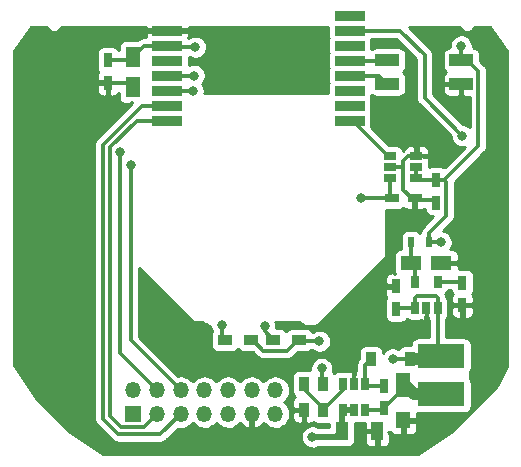
<source format=gtl>
G04 #@! TF.GenerationSoftware,KiCad,Pcbnew,no-vcs-found-2237de0~58~ubuntu16.04.1*
G04 #@! TF.CreationDate,2017-06-29T15:00:42+03:00*
G04 #@! TF.ProjectId,livolo_1_channel_1way_eu_switch,6C69766F6C6F5F315F6368616E6E656C,rev?*
G04 #@! TF.SameCoordinates,Original
G04 #@! TF.FileFunction,Copper,L1,Top,Signal*
G04 #@! TF.FilePolarity,Positive*
%FSLAX46Y46*%
G04 Gerber Fmt 4.6, Leading zero omitted, Abs format (unit mm)*
G04 Created by KiCad (PCBNEW no-vcs-found-2237de0~58~ubuntu16.04.1) date Thu Jun 29 15:00:42 2017*
%MOMM*%
%LPD*%
G01*
G04 APERTURE LIST*
%ADD10C,0.100000*%
%ADD11R,2.000000X1.000000*%
%ADD12R,2.500000X0.812800*%
%ADD13R,4.000000X2.000000*%
%ADD14R,1.200000X2.000000*%
%ADD15R,1.200000X1.400000*%
%ADD16R,0.900000X1.200000*%
%ADD17R,0.650000X1.060000*%
%ADD18R,1.750000X1.260000*%
%ADD19R,0.750000X1.200000*%
%ADD20R,1.200000X0.750000*%
%ADD21R,1.200000X0.900000*%
%ADD22R,1.060000X0.650000*%
%ADD23R,0.500000X0.900000*%
%ADD24O,1.350000X1.350000*%
%ADD25R,1.350000X1.350000*%
%ADD26R,1.260000X1.750000*%
%ADD27R,1.000000X1.600000*%
%ADD28C,0.800000*%
%ADD29C,0.300000*%
%ADD30C,1.000000*%
%ADD31C,0.500000*%
%ADD32C,0.254000*%
G04 APERTURE END LIST*
D10*
D11*
X159400000Y-81600000D03*
X153150000Y-81600000D03*
X159400000Y-79600000D03*
X153150000Y-79600000D03*
D12*
X134500000Y-84710000D03*
X149946000Y-84710000D03*
X134500000Y-83440000D03*
X149946000Y-83440000D03*
X134500000Y-82170000D03*
X149946000Y-82170000D03*
X134500000Y-80900000D03*
X149946000Y-80900000D03*
X134500000Y-79630000D03*
X149946000Y-79630000D03*
X134500000Y-78360000D03*
X149946000Y-78360000D03*
X134500000Y-77090000D03*
X149946000Y-77090000D03*
X149946000Y-75820000D03*
D13*
X157700000Y-104650000D03*
X157700000Y-107900000D03*
D14*
X154500000Y-107100000D03*
D15*
X154500000Y-110100000D03*
D16*
X146100000Y-107000000D03*
X146100000Y-109200000D03*
D17*
X150300000Y-109200000D03*
X151250000Y-109200000D03*
X149350000Y-109200000D03*
X149350000Y-107000000D03*
X150300000Y-107000000D03*
X151250000Y-107000000D03*
D18*
X155175000Y-96792000D03*
X157725000Y-96792000D03*
D19*
X153900000Y-100650000D03*
X153900000Y-98750000D03*
X159500000Y-100350000D03*
X159500000Y-98450000D03*
X152900000Y-109050000D03*
X152900000Y-107150000D03*
D20*
X153550000Y-91300000D03*
X155450000Y-91300000D03*
D19*
X157300000Y-91650000D03*
X157300000Y-89750000D03*
D16*
X155050000Y-104900000D03*
X151750000Y-104900000D03*
X147700000Y-109200000D03*
X147700000Y-107000000D03*
D21*
X139400000Y-103300000D03*
X141600000Y-103300000D03*
X145700000Y-103300000D03*
X143500000Y-103300000D03*
D17*
X155500000Y-98350000D03*
X157400000Y-98350000D03*
X157400000Y-100550000D03*
X156450000Y-100550000D03*
X155500000Y-100550000D03*
D22*
X155600000Y-88650000D03*
X155600000Y-87700000D03*
X155600000Y-89600000D03*
X153400000Y-89600000D03*
X153400000Y-88650000D03*
X153400000Y-87700000D03*
D23*
X155150000Y-95000000D03*
X156650000Y-95000000D03*
D24*
X143650000Y-107550000D03*
X143650000Y-109550000D03*
X141650000Y-107550000D03*
X141650000Y-109550000D03*
X139650000Y-107550000D03*
X139650000Y-109550000D03*
X137650000Y-107550000D03*
X137650000Y-109550000D03*
X135650000Y-107550000D03*
X135650000Y-109550000D03*
X133650000Y-107550000D03*
X133650000Y-109550000D03*
X131650000Y-107550000D03*
D25*
X131650000Y-109550000D03*
D26*
X131600000Y-81875000D03*
X131600000Y-79325000D03*
D19*
X129500000Y-79600000D03*
X129500000Y-81500000D03*
D27*
X152300000Y-111000000D03*
X149300000Y-111000000D03*
D28*
X157700000Y-95000000D03*
X159400000Y-78400000D03*
X136900000Y-78500000D03*
X141700000Y-105400000D03*
X147600000Y-105700000D03*
X153600000Y-104900000D03*
X146800000Y-111500000D03*
X150900000Y-91300000D03*
X142750002Y-102100000D03*
X139130614Y-102052481D03*
X147400000Y-103400000D03*
X159500000Y-86000000D03*
X136700000Y-82200000D03*
X131400000Y-88500000D03*
X136800000Y-80900000D03*
X130500000Y-87400000D03*
D29*
X159400000Y-79600000D02*
X159900000Y-79600000D01*
X159900000Y-79600000D02*
X160850001Y-80550001D01*
X160850001Y-80550001D02*
X160850001Y-86874999D01*
X160850001Y-86874999D02*
X157975000Y-89750000D01*
X156650000Y-95000000D02*
X157700000Y-95000000D01*
X159400000Y-79600000D02*
X158900000Y-79600000D01*
X157300000Y-89750000D02*
X157975000Y-89750000D01*
X157975000Y-89750000D02*
X158125001Y-89900001D01*
X158125001Y-92774999D02*
X156650000Y-94250000D01*
X158125001Y-89900001D02*
X158125001Y-92774999D01*
X156650000Y-94250000D02*
X156650000Y-95000000D01*
X157300000Y-89750000D02*
X155750000Y-89750000D01*
X155750000Y-89750000D02*
X155600000Y-89600000D01*
X155600000Y-89600000D02*
X155600000Y-88650000D01*
X159400000Y-79600000D02*
X159400000Y-78400000D01*
X134500000Y-78360000D02*
X132565000Y-78360000D01*
X132565000Y-78360000D02*
X131600000Y-79325000D01*
X129500000Y-79600000D02*
X131325000Y-79600000D01*
X131325000Y-79600000D02*
X131600000Y-79325000D01*
X136900000Y-78500000D02*
X134640000Y-78500000D01*
X134640000Y-78500000D02*
X134500000Y-78360000D01*
X157300000Y-91650000D02*
X157050000Y-91400000D01*
X157050000Y-91400000D02*
X155550000Y-91400000D01*
X155550000Y-91400000D02*
X155450000Y-91300000D01*
X154500000Y-88100000D02*
X154500000Y-88600000D01*
X154500000Y-88600000D02*
X154450000Y-88650000D01*
X154500000Y-90575000D02*
X154500000Y-88700000D01*
X154500000Y-88700000D02*
X154450000Y-88650000D01*
X153400000Y-88650000D02*
X154450000Y-88650000D01*
X155600000Y-87700000D02*
X154900000Y-87700000D01*
X154900000Y-87700000D02*
X154500000Y-88100000D01*
X155450000Y-91300000D02*
X155225000Y-91300000D01*
X155225000Y-91300000D02*
X154500000Y-90575000D01*
X129500000Y-81500000D02*
X131225000Y-81500000D01*
X131225000Y-81500000D02*
X131600000Y-81875000D01*
X134610000Y-77200000D02*
X134500000Y-77090000D01*
X157400000Y-98350000D02*
X159400000Y-98350000D01*
X159400000Y-98350000D02*
X159500000Y-98450000D01*
X157400000Y-100550000D02*
X157400000Y-104350000D01*
X157400000Y-104350000D02*
X157700000Y-104650000D01*
X147600000Y-105700000D02*
X147600000Y-106900000D01*
X147600000Y-106900000D02*
X147700000Y-107000000D01*
X155050000Y-104900000D02*
X153600000Y-104900000D01*
D30*
X155050000Y-104900000D02*
X157450000Y-104900000D01*
D29*
X157450000Y-104900000D02*
X157700000Y-104650000D01*
X155500000Y-100550000D02*
X154000000Y-100550000D01*
X154000000Y-100550000D02*
X153900000Y-100650000D01*
X157400000Y-100550000D02*
X157400000Y-99720000D01*
X157400000Y-99720000D02*
X157249999Y-99569999D01*
X157249999Y-99569999D02*
X155650001Y-99569999D01*
X155650001Y-99569999D02*
X155500000Y-99720000D01*
X155500000Y-99720000D02*
X155500000Y-100550000D01*
X151250000Y-109200000D02*
X152750000Y-109200000D01*
X152750000Y-109200000D02*
X152900000Y-109050000D01*
D30*
X157700000Y-107900000D02*
X155400000Y-107900000D01*
X155400000Y-107900000D02*
X154600000Y-107100000D01*
D29*
X154600000Y-107100000D02*
X154500000Y-107100000D01*
X152900000Y-109050000D02*
X154500000Y-107450000D01*
X152900000Y-107150000D02*
X151400000Y-107150000D01*
X151400000Y-107150000D02*
X151250000Y-107000000D01*
X151250000Y-107000000D02*
X151250000Y-105400000D01*
X151250000Y-105400000D02*
X151750000Y-104900000D01*
D31*
X146800000Y-111500000D02*
X148800000Y-111500000D01*
X148800000Y-111500000D02*
X149300000Y-111000000D01*
X150300000Y-109200000D02*
X149350000Y-109200000D01*
X149300000Y-111000000D02*
X149300000Y-109250000D01*
X149300000Y-109250000D02*
X149350000Y-109200000D01*
X131650000Y-107550000D02*
X131600000Y-107500000D01*
D29*
X153550000Y-91300000D02*
X150900000Y-91300000D01*
X153400000Y-89600000D02*
X153400000Y-91150000D01*
X153400000Y-91150000D02*
X153550000Y-91300000D01*
X142750002Y-102100000D02*
X142750002Y-102550002D01*
X142750002Y-102550002D02*
X143500000Y-103300000D01*
X143350000Y-103300000D02*
X143500000Y-103300000D01*
X139130614Y-102052481D02*
X139130614Y-103030614D01*
X139130614Y-103030614D02*
X139400000Y-103300000D01*
X139400000Y-103300000D02*
X139550000Y-103300000D01*
X153400000Y-87700000D02*
X153195000Y-87700000D01*
X153195000Y-87700000D02*
X150205000Y-84710000D01*
X150205000Y-84710000D02*
X149946000Y-84710000D01*
X149946000Y-77090000D02*
X154190000Y-77090000D01*
X154190000Y-77090000D02*
X156300000Y-79200000D01*
X156300000Y-79200000D02*
X156300000Y-82800000D01*
X156300000Y-82800000D02*
X159500000Y-86000000D01*
X147400000Y-103400000D02*
X145800000Y-103400000D01*
X145800000Y-103400000D02*
X145700000Y-103300000D01*
X141600000Y-103300000D02*
X141750000Y-103300000D01*
X141750000Y-103300000D02*
X142650001Y-104200001D01*
X142650001Y-104200001D02*
X144649999Y-104200001D01*
X144649999Y-104200001D02*
X145550000Y-103300000D01*
X145550000Y-103300000D02*
X145700000Y-103300000D01*
X149350000Y-107000000D02*
X149350000Y-107550000D01*
X149350000Y-107550000D02*
X147700000Y-109200000D01*
X146100000Y-107000000D02*
X146100000Y-107450000D01*
X146100000Y-107450000D02*
X147700000Y-109050000D01*
X147700000Y-109050000D02*
X147700000Y-109200000D01*
X131931996Y-84710000D02*
X134500000Y-84710000D01*
X133650000Y-109550000D02*
X132524999Y-110675001D01*
X129649998Y-109710000D02*
X129649998Y-86991998D01*
X129649998Y-86991998D02*
X131931996Y-84710000D01*
X130614999Y-110675001D02*
X129649998Y-109710000D01*
X132524999Y-110675001D02*
X130614999Y-110675001D01*
X136700000Y-82200000D02*
X134530000Y-82200000D01*
X134530000Y-82200000D02*
X134500000Y-82170000D01*
X135650000Y-107550000D02*
X131400000Y-103300000D01*
X131400000Y-103300000D02*
X131400000Y-88500000D01*
X132353453Y-83440000D02*
X134500000Y-83440000D01*
X129049987Y-86743466D02*
X132353453Y-83440000D01*
X130366467Y-111275012D02*
X129049987Y-109958532D01*
X129049987Y-109958532D02*
X129049987Y-86743466D01*
X133924988Y-111275012D02*
X130366467Y-111275012D01*
X135650000Y-109550000D02*
X133924988Y-111275012D01*
X136800000Y-80900000D02*
X134500000Y-80900000D01*
X130500000Y-104400000D02*
X130500000Y-87400000D01*
X133650000Y-107550000D02*
X130500000Y-104400000D01*
X133650000Y-107550000D02*
X133650000Y-107250000D01*
X155500000Y-98350000D02*
X155500000Y-97117000D01*
X155500000Y-97117000D02*
X155175000Y-96792000D01*
X155175000Y-96792000D02*
X155175000Y-95025000D01*
X155175000Y-95025000D02*
X155150000Y-95000000D01*
X149946000Y-79630000D02*
X153120000Y-79630000D01*
X153120000Y-79630000D02*
X153150000Y-79600000D01*
X149946000Y-80900000D02*
X152450000Y-80900000D01*
X152450000Y-80900000D02*
X153150000Y-81600000D01*
D32*
G36*
X124456844Y-77044496D02*
X124502505Y-77082003D01*
X124547774Y-77119719D01*
X124549700Y-77120769D01*
X124551403Y-77122168D01*
X124603522Y-77150114D01*
X124655212Y-77178296D01*
X124657306Y-77178952D01*
X124659247Y-77179993D01*
X124715776Y-77197276D01*
X124771981Y-77214890D01*
X124774163Y-77215127D01*
X124776269Y-77215771D01*
X124835137Y-77221751D01*
X124893635Y-77228105D01*
X124895817Y-77227914D01*
X124898012Y-77228137D01*
X124956946Y-77222566D01*
X125015538Y-77217440D01*
X125017643Y-77216829D01*
X125019838Y-77216621D01*
X125076482Y-77199734D01*
X125133047Y-77183301D01*
X125134998Y-77182290D01*
X125137107Y-77181661D01*
X125189328Y-77154128D01*
X125241689Y-77126987D01*
X125243407Y-77125615D01*
X125245352Y-77124590D01*
X125291256Y-77087418D01*
X125337323Y-77050643D01*
X125340322Y-77047686D01*
X125340451Y-77047581D01*
X125340558Y-77047453D01*
X125343556Y-77044496D01*
X125561052Y-76827000D01*
X132673000Y-76827000D01*
X132673000Y-76847750D01*
X132817250Y-76992000D01*
X134402000Y-76992000D01*
X134402000Y-76972000D01*
X134598000Y-76972000D01*
X134598000Y-76992000D01*
X136182750Y-76992000D01*
X136327000Y-76847750D01*
X136327000Y-76827000D01*
X148116209Y-76827000D01*
X148116209Y-77496400D01*
X148127350Y-77609512D01*
X148160343Y-77718276D01*
X148163937Y-77725000D01*
X148160343Y-77731724D01*
X148127350Y-77840488D01*
X148116209Y-77953600D01*
X148116209Y-78766400D01*
X148127350Y-78879512D01*
X148160343Y-78988276D01*
X148163937Y-78995000D01*
X148160343Y-79001724D01*
X148127350Y-79110488D01*
X148116209Y-79223600D01*
X148116209Y-80036400D01*
X148127350Y-80149512D01*
X148160343Y-80258276D01*
X148163937Y-80265000D01*
X148160343Y-80271724D01*
X148127350Y-80380488D01*
X148116209Y-80493600D01*
X148116209Y-81306400D01*
X148127350Y-81419512D01*
X148160343Y-81528276D01*
X148163937Y-81535000D01*
X148160343Y-81541724D01*
X148127350Y-81650488D01*
X148116209Y-81763600D01*
X148116209Y-82373000D01*
X137662636Y-82373000D01*
X137673986Y-82323043D01*
X137677042Y-82104200D01*
X137639826Y-81916250D01*
X137566813Y-81739107D01*
X137477227Y-81604269D01*
X137543162Y-81541481D01*
X137653607Y-81384916D01*
X137731537Y-81209881D01*
X137773986Y-81023043D01*
X137777042Y-80804200D01*
X137739826Y-80616250D01*
X137666813Y-80439107D01*
X137560784Y-80279520D01*
X137425776Y-80143566D01*
X137266933Y-80036425D01*
X137090305Y-79962177D01*
X136902618Y-79923651D01*
X136711024Y-79922313D01*
X136522818Y-79958216D01*
X136345170Y-80029990D01*
X136329406Y-80040305D01*
X136329791Y-80036400D01*
X136329791Y-79293541D01*
X136421055Y-79356971D01*
X136596630Y-79433678D01*
X136783760Y-79474821D01*
X136975317Y-79478834D01*
X137164006Y-79445563D01*
X137342639Y-79376276D01*
X137504411Y-79273611D01*
X137643162Y-79141481D01*
X137753607Y-78984916D01*
X137831537Y-78809881D01*
X137873986Y-78623043D01*
X137877042Y-78404200D01*
X137839826Y-78216250D01*
X137766813Y-78039107D01*
X137660784Y-77879520D01*
X137525776Y-77743566D01*
X137366933Y-77636425D01*
X137190305Y-77562177D01*
X137002618Y-77523651D01*
X136811024Y-77522313D01*
X136622818Y-77558216D01*
X136445170Y-77629990D01*
X136286327Y-77733934D01*
X136285657Y-77731724D01*
X136280817Y-77722669D01*
X136304826Y-77664705D01*
X136327000Y-77553230D01*
X136327000Y-77332250D01*
X136182750Y-77188000D01*
X134598000Y-77188000D01*
X134598000Y-77208000D01*
X134402000Y-77208000D01*
X134402000Y-77188000D01*
X132817250Y-77188000D01*
X132673000Y-77332250D01*
X132673000Y-77553230D01*
X132688867Y-77633000D01*
X132565000Y-77633000D01*
X132498181Y-77639552D01*
X132431267Y-77645406D01*
X132427594Y-77646473D01*
X132423792Y-77646846D01*
X132359518Y-77666251D01*
X132295016Y-77684991D01*
X132291623Y-77686750D01*
X132287962Y-77687855D01*
X132228608Y-77719414D01*
X132169048Y-77750287D01*
X132166065Y-77752668D01*
X132162684Y-77754466D01*
X132110599Y-77796946D01*
X132058161Y-77838806D01*
X132052837Y-77844055D01*
X132052731Y-77844142D01*
X132052650Y-77844240D01*
X132050933Y-77845933D01*
X132026657Y-77870209D01*
X130970000Y-77870209D01*
X130856888Y-77881350D01*
X130748124Y-77914343D01*
X130647885Y-77967921D01*
X130560026Y-78040026D01*
X130487921Y-78127885D01*
X130434343Y-78228124D01*
X130401350Y-78336888D01*
X130390209Y-78450000D01*
X130390209Y-78739868D01*
X130357079Y-78677885D01*
X130284974Y-78590026D01*
X130197115Y-78517921D01*
X130096876Y-78464343D01*
X129988112Y-78431350D01*
X129875000Y-78420209D01*
X129125000Y-78420209D01*
X129011888Y-78431350D01*
X128903124Y-78464343D01*
X128802885Y-78517921D01*
X128715026Y-78590026D01*
X128642921Y-78677885D01*
X128589343Y-78778124D01*
X128556350Y-78886888D01*
X128545209Y-79000000D01*
X128545209Y-80200000D01*
X128556350Y-80313112D01*
X128589343Y-80421876D01*
X128642921Y-80522115D01*
X128665312Y-80549399D01*
X128613669Y-80626688D01*
X128570174Y-80731695D01*
X128548000Y-80843170D01*
X128548000Y-81257750D01*
X128692250Y-81402000D01*
X129402000Y-81402000D01*
X129402000Y-81382000D01*
X129598000Y-81382000D01*
X129598000Y-81402000D01*
X129618000Y-81402000D01*
X129618000Y-81598000D01*
X129598000Y-81598000D01*
X129598000Y-82532750D01*
X129742250Y-82677000D01*
X129931829Y-82677000D01*
X130043304Y-82654826D01*
X130148312Y-82611331D01*
X130242816Y-82548185D01*
X130323185Y-82467816D01*
X130386331Y-82373312D01*
X130393000Y-82357211D01*
X130393000Y-82806830D01*
X130415174Y-82918305D01*
X130458669Y-83023312D01*
X130521815Y-83117816D01*
X130602184Y-83198185D01*
X130696688Y-83261331D01*
X130801696Y-83304826D01*
X130913171Y-83327000D01*
X131357750Y-83327000D01*
X131501998Y-83182752D01*
X131501998Y-83263322D01*
X128535920Y-86229399D01*
X128493306Y-86281279D01*
X128450129Y-86332735D01*
X128448285Y-86336089D01*
X128445862Y-86339039D01*
X128414139Y-86398202D01*
X128381776Y-86457070D01*
X128380621Y-86460711D01*
X128378813Y-86464083D01*
X128359156Y-86528376D01*
X128338874Y-86592314D01*
X128338449Y-86596107D01*
X128337329Y-86599769D01*
X128330535Y-86666660D01*
X128323058Y-86733315D01*
X128323006Y-86740783D01*
X128322991Y-86740928D01*
X128323004Y-86741063D01*
X128322987Y-86743466D01*
X128322987Y-109958532D01*
X128329539Y-110025351D01*
X128335393Y-110092265D01*
X128336460Y-110095938D01*
X128336833Y-110099740D01*
X128356238Y-110164014D01*
X128374978Y-110228516D01*
X128376737Y-110231909D01*
X128377842Y-110235570D01*
X128409401Y-110294924D01*
X128440274Y-110354484D01*
X128442655Y-110357467D01*
X128444453Y-110360848D01*
X128486933Y-110412933D01*
X128528793Y-110465371D01*
X128534042Y-110470695D01*
X128534129Y-110470801D01*
X128534227Y-110470882D01*
X128535920Y-110472599D01*
X129852400Y-111789079D01*
X129904280Y-111831693D01*
X129955736Y-111874870D01*
X129959090Y-111876714D01*
X129962040Y-111879137D01*
X130021203Y-111910860D01*
X130080071Y-111943223D01*
X130083712Y-111944378D01*
X130087084Y-111946186D01*
X130151377Y-111965843D01*
X130215315Y-111986125D01*
X130219108Y-111986550D01*
X130222770Y-111987670D01*
X130289661Y-111994464D01*
X130356316Y-112001941D01*
X130363784Y-112001993D01*
X130363929Y-112002008D01*
X130364064Y-112001995D01*
X130366467Y-112002012D01*
X133924988Y-112002012D01*
X133991807Y-111995460D01*
X134058721Y-111989606D01*
X134062394Y-111988539D01*
X134066196Y-111988166D01*
X134130470Y-111968761D01*
X134194972Y-111950021D01*
X134198365Y-111948262D01*
X134202026Y-111947157D01*
X134261380Y-111915598D01*
X134320940Y-111884725D01*
X134323923Y-111882344D01*
X134327304Y-111880546D01*
X134379389Y-111838066D01*
X134431827Y-111796206D01*
X134437151Y-111790957D01*
X134437257Y-111790870D01*
X134437338Y-111790772D01*
X134439055Y-111789079D01*
X135441140Y-110786994D01*
X135641259Y-110808027D01*
X135884601Y-110785882D01*
X136119007Y-110716892D01*
X136335549Y-110603687D01*
X136525979Y-110450578D01*
X136650567Y-110302099D01*
X136761617Y-110438260D01*
X136949890Y-110594013D01*
X137164830Y-110710231D01*
X137398250Y-110782486D01*
X137641259Y-110808027D01*
X137884601Y-110785882D01*
X138119007Y-110716892D01*
X138335549Y-110603687D01*
X138525979Y-110450578D01*
X138650567Y-110302099D01*
X138761617Y-110438260D01*
X138949890Y-110594013D01*
X139164830Y-110710231D01*
X139398250Y-110782486D01*
X139641259Y-110808027D01*
X139884601Y-110785882D01*
X140119007Y-110716892D01*
X140335549Y-110603687D01*
X140525979Y-110450578D01*
X140651029Y-110301548D01*
X140799968Y-110469217D01*
X140995631Y-110617388D01*
X141216442Y-110724539D01*
X141357951Y-110767462D01*
X141552000Y-110653407D01*
X141552000Y-109648000D01*
X141532000Y-109648000D01*
X141532000Y-109452000D01*
X141552000Y-109452000D01*
X141552000Y-109432000D01*
X141748000Y-109432000D01*
X141748000Y-109452000D01*
X141768000Y-109452000D01*
X141768000Y-109648000D01*
X141748000Y-109648000D01*
X141748000Y-110653407D01*
X141942049Y-110767462D01*
X142083558Y-110724539D01*
X142304369Y-110617388D01*
X142500032Y-110469217D01*
X142649569Y-110300875D01*
X142761617Y-110438260D01*
X142949890Y-110594013D01*
X143164830Y-110710231D01*
X143398250Y-110782486D01*
X143641259Y-110808027D01*
X143884601Y-110785882D01*
X144119007Y-110716892D01*
X144335549Y-110603687D01*
X144525979Y-110450578D01*
X144683042Y-110263397D01*
X144800757Y-110049273D01*
X144874641Y-109816363D01*
X144901878Y-109573539D01*
X144902000Y-109556058D01*
X144902000Y-109543942D01*
X144892030Y-109442250D01*
X145073000Y-109442250D01*
X145073000Y-109856830D01*
X145095174Y-109968305D01*
X145138669Y-110073312D01*
X145201815Y-110167816D01*
X145282184Y-110248185D01*
X145376688Y-110311331D01*
X145481696Y-110354826D01*
X145593171Y-110377000D01*
X145857750Y-110377000D01*
X146002000Y-110232750D01*
X146002000Y-109298000D01*
X145217250Y-109298000D01*
X145073000Y-109442250D01*
X144892030Y-109442250D01*
X144878156Y-109300761D01*
X144807532Y-109066842D01*
X144692817Y-108851096D01*
X144538383Y-108661740D01*
X144402825Y-108549596D01*
X144525979Y-108450578D01*
X144683042Y-108263397D01*
X144800757Y-108049273D01*
X144874641Y-107816363D01*
X144901878Y-107573539D01*
X144902000Y-107556058D01*
X144902000Y-107543942D01*
X144878156Y-107300761D01*
X144807532Y-107066842D01*
X144692817Y-106851096D01*
X144538383Y-106661740D01*
X144350110Y-106505987D01*
X144135170Y-106389769D01*
X143901750Y-106317514D01*
X143658741Y-106291973D01*
X143415399Y-106314118D01*
X143180993Y-106383108D01*
X142964451Y-106496313D01*
X142774021Y-106649422D01*
X142649433Y-106797901D01*
X142538383Y-106661740D01*
X142350110Y-106505987D01*
X142135170Y-106389769D01*
X141901750Y-106317514D01*
X141658741Y-106291973D01*
X141415399Y-106314118D01*
X141180993Y-106383108D01*
X140964451Y-106496313D01*
X140774021Y-106649422D01*
X140649433Y-106797901D01*
X140538383Y-106661740D01*
X140350110Y-106505987D01*
X140135170Y-106389769D01*
X139901750Y-106317514D01*
X139658741Y-106291973D01*
X139415399Y-106314118D01*
X139180993Y-106383108D01*
X138964451Y-106496313D01*
X138774021Y-106649422D01*
X138649433Y-106797901D01*
X138538383Y-106661740D01*
X138350110Y-106505987D01*
X138135170Y-106389769D01*
X137901750Y-106317514D01*
X137658741Y-106291973D01*
X137415399Y-106314118D01*
X137180993Y-106383108D01*
X136964451Y-106496313D01*
X136774021Y-106649422D01*
X136649433Y-106797901D01*
X136538383Y-106661740D01*
X136350110Y-106505987D01*
X136135170Y-106389769D01*
X135901750Y-106317514D01*
X135658741Y-106291973D01*
X135440011Y-106311878D01*
X132127000Y-102998866D01*
X132127000Y-97206606D01*
X136610197Y-101689803D01*
X136651399Y-101717333D01*
X136700000Y-101727000D01*
X137450367Y-101727000D01*
X137535783Y-101815451D01*
X137749478Y-101963973D01*
X137987950Y-102068159D01*
X138152752Y-102104393D01*
X138152330Y-102134630D01*
X138186917Y-102323082D01*
X138257450Y-102501226D01*
X138298294Y-102564604D01*
X138264343Y-102628124D01*
X138231350Y-102736888D01*
X138220209Y-102850000D01*
X138220209Y-103750000D01*
X138231350Y-103863112D01*
X138264343Y-103971876D01*
X138317921Y-104072115D01*
X138390026Y-104159974D01*
X138477885Y-104232079D01*
X138578124Y-104285657D01*
X138686888Y-104318650D01*
X138800000Y-104329791D01*
X140000000Y-104329791D01*
X140113112Y-104318650D01*
X140221876Y-104285657D01*
X140322115Y-104232079D01*
X140409974Y-104159974D01*
X140482079Y-104072115D01*
X140500000Y-104038587D01*
X140517921Y-104072115D01*
X140590026Y-104159974D01*
X140677885Y-104232079D01*
X140778124Y-104285657D01*
X140886888Y-104318650D01*
X141000000Y-104329791D01*
X141751658Y-104329791D01*
X142135935Y-104714068D01*
X142187790Y-104756662D01*
X142239270Y-104799859D01*
X142242624Y-104801703D01*
X142245574Y-104804126D01*
X142304737Y-104835849D01*
X142363605Y-104868212D01*
X142367246Y-104869367D01*
X142370618Y-104871175D01*
X142434911Y-104890832D01*
X142498849Y-104911114D01*
X142502642Y-104911539D01*
X142506304Y-104912659D01*
X142573195Y-104919453D01*
X142639850Y-104926930D01*
X142647318Y-104926982D01*
X142647463Y-104926997D01*
X142647598Y-104926984D01*
X142650001Y-104927001D01*
X144649999Y-104927001D01*
X144716818Y-104920449D01*
X144783732Y-104914595D01*
X144787405Y-104913528D01*
X144791207Y-104913155D01*
X144855481Y-104893750D01*
X144919983Y-104875010D01*
X144923376Y-104873251D01*
X144927037Y-104872146D01*
X144986391Y-104840587D01*
X145045951Y-104809714D01*
X145048934Y-104807333D01*
X145052315Y-104805535D01*
X145104400Y-104763055D01*
X145156838Y-104721195D01*
X145162162Y-104715946D01*
X145162268Y-104715859D01*
X145162349Y-104715761D01*
X145164066Y-104714068D01*
X145548343Y-104329791D01*
X146300000Y-104329791D01*
X146413112Y-104318650D01*
X146521876Y-104285657D01*
X146622115Y-104232079D01*
X146709974Y-104159974D01*
X146737035Y-104127000D01*
X146743808Y-104127000D01*
X146763723Y-104147623D01*
X146921055Y-104256971D01*
X147096630Y-104333678D01*
X147283760Y-104374821D01*
X147475317Y-104378834D01*
X147664006Y-104345563D01*
X147842639Y-104276276D01*
X148004411Y-104173611D01*
X148143162Y-104041481D01*
X148253607Y-103884916D01*
X148331537Y-103709881D01*
X148373986Y-103523043D01*
X148377042Y-103304200D01*
X148339826Y-103116250D01*
X148266813Y-102939107D01*
X148160784Y-102779520D01*
X148025776Y-102643566D01*
X147866933Y-102536425D01*
X147690305Y-102462177D01*
X147502618Y-102423651D01*
X147311024Y-102422313D01*
X147122818Y-102458216D01*
X146945170Y-102529990D01*
X146825175Y-102608513D01*
X146782079Y-102527885D01*
X146709974Y-102440026D01*
X146622115Y-102367921D01*
X146521876Y-102314343D01*
X146413112Y-102281350D01*
X146300000Y-102270209D01*
X145100000Y-102270209D01*
X144986888Y-102281350D01*
X144878124Y-102314343D01*
X144777885Y-102367921D01*
X144690026Y-102440026D01*
X144617921Y-102527885D01*
X144600000Y-102561413D01*
X144582079Y-102527885D01*
X144509974Y-102440026D01*
X144422115Y-102367921D01*
X144321876Y-102314343D01*
X144213112Y-102281350D01*
X144100000Y-102270209D01*
X143713272Y-102270209D01*
X143723988Y-102223043D01*
X143727044Y-102004200D01*
X143689828Y-101816250D01*
X143653042Y-101727000D01*
X145650367Y-101727000D01*
X145735783Y-101815451D01*
X145949478Y-101963973D01*
X146187950Y-102068159D01*
X146442118Y-102124041D01*
X146702299Y-102129491D01*
X146958583Y-102084301D01*
X147201210Y-101990193D01*
X147420936Y-101850750D01*
X147609393Y-101671285D01*
X147611960Y-101667646D01*
X152989803Y-96289803D01*
X153017333Y-96248601D01*
X153027000Y-96200000D01*
X153027000Y-92254791D01*
X154150000Y-92254791D01*
X154263112Y-92243650D01*
X154371876Y-92210657D01*
X154472115Y-92157079D01*
X154499399Y-92134688D01*
X154576688Y-92186331D01*
X154681695Y-92229826D01*
X154793170Y-92252000D01*
X155207750Y-92252000D01*
X155352000Y-92107750D01*
X155352000Y-91398000D01*
X155332000Y-91398000D01*
X155332000Y-91202000D01*
X155352000Y-91202000D01*
X155352000Y-91182000D01*
X155548000Y-91182000D01*
X155548000Y-91202000D01*
X155568000Y-91202000D01*
X155568000Y-91398000D01*
X155548000Y-91398000D01*
X155548000Y-92107750D01*
X155692250Y-92252000D01*
X156106830Y-92252000D01*
X156218305Y-92229826D01*
X156323312Y-92186331D01*
X156348000Y-92169835D01*
X156348000Y-92306830D01*
X156370174Y-92418305D01*
X156413669Y-92523312D01*
X156476815Y-92617816D01*
X156557184Y-92698185D01*
X156651688Y-92761331D01*
X156756696Y-92804826D01*
X156868171Y-92827000D01*
X157044867Y-92827000D01*
X156135933Y-93735933D01*
X156093319Y-93787813D01*
X156050142Y-93839269D01*
X156048298Y-93842623D01*
X156045875Y-93845573D01*
X156014152Y-93904736D01*
X155981789Y-93963604D01*
X155980634Y-93967245D01*
X155978826Y-93970617D01*
X155959169Y-94034910D01*
X155938887Y-94098848D01*
X155938462Y-94102641D01*
X155937342Y-94106303D01*
X155930548Y-94173194D01*
X155925441Y-94218722D01*
X155917921Y-94227885D01*
X155900000Y-94261413D01*
X155882079Y-94227885D01*
X155809974Y-94140026D01*
X155722115Y-94067921D01*
X155621876Y-94014343D01*
X155513112Y-93981350D01*
X155400000Y-93970209D01*
X154900000Y-93970209D01*
X154786888Y-93981350D01*
X154678124Y-94014343D01*
X154577885Y-94067921D01*
X154490026Y-94140026D01*
X154417921Y-94227885D01*
X154364343Y-94328124D01*
X154331350Y-94436888D01*
X154320209Y-94550000D01*
X154320209Y-95450000D01*
X154331350Y-95563112D01*
X154337143Y-95582209D01*
X154300000Y-95582209D01*
X154186888Y-95593350D01*
X154078124Y-95626343D01*
X153977885Y-95679921D01*
X153890026Y-95752026D01*
X153817921Y-95839885D01*
X153764343Y-95940124D01*
X153731350Y-96048888D01*
X153720209Y-96162000D01*
X153720209Y-97422000D01*
X153731350Y-97535112D01*
X153764343Y-97643876D01*
X153801998Y-97714325D01*
X153801998Y-97717248D01*
X153657750Y-97573000D01*
X153468171Y-97573000D01*
X153356696Y-97595174D01*
X153251688Y-97638669D01*
X153157184Y-97701815D01*
X153076815Y-97782184D01*
X153013669Y-97876688D01*
X152970174Y-97981695D01*
X152948000Y-98093170D01*
X152948000Y-98507750D01*
X153092250Y-98652000D01*
X153802000Y-98652000D01*
X153802000Y-98632000D01*
X153998000Y-98632000D01*
X153998000Y-98652000D01*
X154018000Y-98652000D01*
X154018000Y-98848000D01*
X153998000Y-98848000D01*
X153998000Y-98868000D01*
X153802000Y-98868000D01*
X153802000Y-98848000D01*
X153092250Y-98848000D01*
X152948000Y-98992250D01*
X152948000Y-99406830D01*
X152970174Y-99518305D01*
X153013669Y-99623312D01*
X153065312Y-99700601D01*
X153042921Y-99727885D01*
X152989343Y-99828124D01*
X152956350Y-99936888D01*
X152945209Y-100050000D01*
X152945209Y-101250000D01*
X152956350Y-101363112D01*
X152989343Y-101471876D01*
X153042921Y-101572115D01*
X153115026Y-101659974D01*
X153202885Y-101732079D01*
X153303124Y-101785657D01*
X153411888Y-101818650D01*
X153525000Y-101829791D01*
X154275000Y-101829791D01*
X154388112Y-101818650D01*
X154496876Y-101785657D01*
X154597115Y-101732079D01*
X154684974Y-101659974D01*
X154757079Y-101572115D01*
X154790020Y-101510486D01*
X154852885Y-101562079D01*
X154953124Y-101615657D01*
X155061888Y-101648650D01*
X155175000Y-101659791D01*
X155825000Y-101659791D01*
X155938112Y-101648650D01*
X155972996Y-101638068D01*
X156068171Y-101657000D01*
X156207750Y-101657000D01*
X156352000Y-101512750D01*
X156352000Y-101318072D01*
X156360657Y-101301876D01*
X156393650Y-101193112D01*
X156404791Y-101080000D01*
X156404791Y-100432000D01*
X156495209Y-100432000D01*
X156495209Y-101080000D01*
X156506350Y-101193112D01*
X156539343Y-101301876D01*
X156548000Y-101318072D01*
X156548000Y-101512750D01*
X156673000Y-101637750D01*
X156673000Y-103070209D01*
X155700000Y-103070209D01*
X155586888Y-103081350D01*
X155478124Y-103114343D01*
X155377885Y-103167921D01*
X155290026Y-103240026D01*
X155217921Y-103327885D01*
X155164343Y-103428124D01*
X155131350Y-103536888D01*
X155120209Y-103650000D01*
X155120209Y-103720209D01*
X154600000Y-103720209D01*
X154486888Y-103731350D01*
X154378124Y-103764343D01*
X154277885Y-103817921D01*
X154190026Y-103890026D01*
X154117921Y-103977885D01*
X154081411Y-104046191D01*
X154066933Y-104036425D01*
X153890305Y-103962177D01*
X153702618Y-103923651D01*
X153511024Y-103922313D01*
X153322818Y-103958216D01*
X153145170Y-104029990D01*
X152984846Y-104134903D01*
X152847953Y-104268958D01*
X152779791Y-104368506D01*
X152779791Y-104300000D01*
X152768650Y-104186888D01*
X152735657Y-104078124D01*
X152682079Y-103977885D01*
X152609974Y-103890026D01*
X152522115Y-103817921D01*
X152421876Y-103764343D01*
X152313112Y-103731350D01*
X152200000Y-103720209D01*
X151300000Y-103720209D01*
X151186888Y-103731350D01*
X151078124Y-103764343D01*
X150977885Y-103817921D01*
X150890026Y-103890026D01*
X150817921Y-103977885D01*
X150764343Y-104078124D01*
X150731350Y-104186888D01*
X150720209Y-104300000D01*
X150720209Y-104905076D01*
X150693319Y-104937813D01*
X150650142Y-104989269D01*
X150648298Y-104992623D01*
X150645875Y-104995573D01*
X150614152Y-105054736D01*
X150581789Y-105113604D01*
X150580634Y-105117245D01*
X150578826Y-105120617D01*
X150559169Y-105184910D01*
X150538887Y-105248848D01*
X150538462Y-105252641D01*
X150537342Y-105256303D01*
X150530548Y-105323194D01*
X150523071Y-105389849D01*
X150523019Y-105397317D01*
X150523004Y-105397462D01*
X150523017Y-105397597D01*
X150523000Y-105400000D01*
X150523000Y-105912250D01*
X150398000Y-106037250D01*
X150398000Y-106231928D01*
X150389343Y-106248124D01*
X150356350Y-106356888D01*
X150345209Y-106470000D01*
X150345209Y-107118000D01*
X150254791Y-107118000D01*
X150254791Y-106470000D01*
X150243650Y-106356888D01*
X150210657Y-106248124D01*
X150202000Y-106231928D01*
X150202000Y-106037250D01*
X150057750Y-105893000D01*
X149918171Y-105893000D01*
X149822996Y-105911932D01*
X149788112Y-105901350D01*
X149675000Y-105890209D01*
X149025000Y-105890209D01*
X148911888Y-105901350D01*
X148803124Y-105934343D01*
X148702885Y-105987921D01*
X148616458Y-106058851D01*
X148559974Y-105990026D01*
X148539808Y-105973476D01*
X148573986Y-105823043D01*
X148577042Y-105604200D01*
X148539826Y-105416250D01*
X148466813Y-105239107D01*
X148360784Y-105079520D01*
X148225776Y-104943566D01*
X148066933Y-104836425D01*
X147890305Y-104762177D01*
X147702618Y-104723651D01*
X147511024Y-104722313D01*
X147322818Y-104758216D01*
X147145170Y-104829990D01*
X146984846Y-104934903D01*
X146847953Y-105068958D01*
X146739706Y-105227049D01*
X146664227Y-105403155D01*
X146624391Y-105590568D01*
X146621716Y-105782149D01*
X146630150Y-105828103D01*
X146550000Y-105820209D01*
X145650000Y-105820209D01*
X145536888Y-105831350D01*
X145428124Y-105864343D01*
X145327885Y-105917921D01*
X145240026Y-105990026D01*
X145167921Y-106077885D01*
X145114343Y-106178124D01*
X145081350Y-106286888D01*
X145070209Y-106400000D01*
X145070209Y-107600000D01*
X145081350Y-107713112D01*
X145114343Y-107821876D01*
X145167921Y-107922115D01*
X145240026Y-108009974D01*
X145327885Y-108082079D01*
X145360478Y-108099500D01*
X145282184Y-108151815D01*
X145201815Y-108232184D01*
X145138669Y-108326688D01*
X145095174Y-108431695D01*
X145073000Y-108543170D01*
X145073000Y-108957750D01*
X145217250Y-109102000D01*
X146002000Y-109102000D01*
X146002000Y-109082000D01*
X146198000Y-109082000D01*
X146198000Y-109102000D01*
X146218000Y-109102000D01*
X146218000Y-109298000D01*
X146198000Y-109298000D01*
X146198000Y-110232750D01*
X146342250Y-110377000D01*
X146606829Y-110377000D01*
X146718304Y-110354826D01*
X146823312Y-110311331D01*
X146900601Y-110259688D01*
X146927885Y-110282079D01*
X147028124Y-110335657D01*
X147136888Y-110368650D01*
X147250000Y-110379791D01*
X148150000Y-110379791D01*
X148220209Y-110372876D01*
X148220209Y-110673000D01*
X147321158Y-110673000D01*
X147266933Y-110636425D01*
X147090305Y-110562177D01*
X146902618Y-110523651D01*
X146711024Y-110522313D01*
X146522818Y-110558216D01*
X146345170Y-110629990D01*
X146184846Y-110734903D01*
X146047953Y-110868958D01*
X145939706Y-111027049D01*
X145864227Y-111203155D01*
X145824391Y-111390568D01*
X145821716Y-111582149D01*
X145856303Y-111770601D01*
X145926836Y-111948745D01*
X146030627Y-112109798D01*
X146163723Y-112247623D01*
X146321055Y-112356971D01*
X146496630Y-112433678D01*
X146683760Y-112474821D01*
X146875317Y-112478834D01*
X147064006Y-112445563D01*
X147242639Y-112376276D01*
X147320285Y-112327000D01*
X148561928Y-112327000D01*
X148578124Y-112335657D01*
X148686888Y-112368650D01*
X148800000Y-112379791D01*
X149800000Y-112379791D01*
X149913112Y-112368650D01*
X150021876Y-112335657D01*
X150122115Y-112282079D01*
X150209974Y-112209974D01*
X150282079Y-112122115D01*
X150335657Y-112021876D01*
X150368650Y-111913112D01*
X150379791Y-111800000D01*
X150379791Y-111242250D01*
X151223000Y-111242250D01*
X151223000Y-111856829D01*
X151245174Y-111968304D01*
X151288669Y-112073312D01*
X151351815Y-112167816D01*
X151432184Y-112248185D01*
X151526688Y-112311331D01*
X151631695Y-112354826D01*
X151743170Y-112377000D01*
X152057750Y-112377000D01*
X152202000Y-112232750D01*
X152202000Y-111098000D01*
X151367250Y-111098000D01*
X151223000Y-111242250D01*
X150379791Y-111242250D01*
X150379791Y-110309791D01*
X150625000Y-110309791D01*
X150738112Y-110298650D01*
X150775000Y-110287460D01*
X150811888Y-110298650D01*
X150925000Y-110309791D01*
X151223000Y-110309791D01*
X151223000Y-110757750D01*
X151367250Y-110902000D01*
X152202000Y-110902000D01*
X152202000Y-110882000D01*
X152398000Y-110882000D01*
X152398000Y-110902000D01*
X152418000Y-110902000D01*
X152418000Y-111098000D01*
X152398000Y-111098000D01*
X152398000Y-112232750D01*
X152542250Y-112377000D01*
X152856830Y-112377000D01*
X152968305Y-112354826D01*
X153073312Y-112311331D01*
X153167816Y-112248185D01*
X153248185Y-112167816D01*
X153311331Y-112073312D01*
X153354826Y-111968304D01*
X153377000Y-111856829D01*
X153377000Y-111242250D01*
X153232752Y-111098002D01*
X153377000Y-111098002D01*
X153377000Y-111045140D01*
X153388669Y-111073312D01*
X153451815Y-111167816D01*
X153532184Y-111248185D01*
X153626688Y-111311331D01*
X153731696Y-111354826D01*
X153843171Y-111377000D01*
X154257750Y-111377000D01*
X154402000Y-111232750D01*
X154402000Y-110198000D01*
X154598000Y-110198000D01*
X154598000Y-111232750D01*
X154742250Y-111377000D01*
X155156829Y-111377000D01*
X155268304Y-111354826D01*
X155373312Y-111311331D01*
X155467816Y-111248185D01*
X155548185Y-111167816D01*
X155611331Y-111073312D01*
X155654826Y-110968305D01*
X155677000Y-110856830D01*
X155677000Y-110342250D01*
X155532750Y-110198000D01*
X154598000Y-110198000D01*
X154402000Y-110198000D01*
X154382000Y-110198000D01*
X154382000Y-110002000D01*
X154402000Y-110002000D01*
X154402000Y-109982000D01*
X154598000Y-109982000D01*
X154598000Y-110002000D01*
X155532750Y-110002000D01*
X155677000Y-109857750D01*
X155677000Y-109477526D01*
X155700000Y-109479791D01*
X159700000Y-109479791D01*
X159813112Y-109468650D01*
X159921876Y-109435657D01*
X160022115Y-109382079D01*
X160109974Y-109309974D01*
X160182079Y-109222115D01*
X160235657Y-109121876D01*
X160268650Y-109013112D01*
X160279791Y-108900000D01*
X160279791Y-106900000D01*
X160268650Y-106786888D01*
X160235657Y-106678124D01*
X160182079Y-106577885D01*
X160127000Y-106510772D01*
X160127000Y-106039228D01*
X160182079Y-105972115D01*
X160235657Y-105871876D01*
X160268650Y-105763112D01*
X160279791Y-105650000D01*
X160279791Y-103650000D01*
X160268650Y-103536888D01*
X160235657Y-103428124D01*
X160182079Y-103327885D01*
X160109974Y-103240026D01*
X160022115Y-103167921D01*
X159921876Y-103114343D01*
X159813112Y-103081350D01*
X159700000Y-103070209D01*
X158127000Y-103070209D01*
X158127000Y-101496518D01*
X158134974Y-101489974D01*
X158207079Y-101402115D01*
X158260657Y-101301876D01*
X158293650Y-101193112D01*
X158304791Y-101080000D01*
X158304791Y-100592250D01*
X158548000Y-100592250D01*
X158548000Y-101006830D01*
X158570174Y-101118305D01*
X158613669Y-101223312D01*
X158676815Y-101317816D01*
X158757184Y-101398185D01*
X158851688Y-101461331D01*
X158956696Y-101504826D01*
X159068171Y-101527000D01*
X159257750Y-101527000D01*
X159402000Y-101382750D01*
X159402000Y-100448000D01*
X159598000Y-100448000D01*
X159598000Y-101382750D01*
X159742250Y-101527000D01*
X159931829Y-101527000D01*
X160043304Y-101504826D01*
X160148312Y-101461331D01*
X160242816Y-101398185D01*
X160323185Y-101317816D01*
X160386331Y-101223312D01*
X160429826Y-101118305D01*
X160452000Y-101006830D01*
X160452000Y-100592250D01*
X160307750Y-100448000D01*
X159598000Y-100448000D01*
X159402000Y-100448000D01*
X158692250Y-100448000D01*
X158548000Y-100592250D01*
X158304791Y-100592250D01*
X158304791Y-100020000D01*
X158293650Y-99906888D01*
X158260657Y-99798124D01*
X158207079Y-99697885D01*
X158134974Y-99610026D01*
X158115257Y-99593844D01*
X158114594Y-99586267D01*
X158113527Y-99582594D01*
X158113154Y-99578792D01*
X158093749Y-99514518D01*
X158075009Y-99450016D01*
X158073250Y-99446623D01*
X158072145Y-99442962D01*
X158040597Y-99383629D01*
X158033264Y-99369482D01*
X158047115Y-99362079D01*
X158134974Y-99289974D01*
X158207079Y-99202115D01*
X158260657Y-99101876D01*
X158268203Y-99077000D01*
X158547868Y-99077000D01*
X158556350Y-99163112D01*
X158589343Y-99271876D01*
X158642921Y-99372115D01*
X158665312Y-99399399D01*
X158613669Y-99476688D01*
X158570174Y-99581695D01*
X158548000Y-99693170D01*
X158548000Y-100107750D01*
X158692250Y-100252000D01*
X159402000Y-100252000D01*
X159402000Y-100232000D01*
X159598000Y-100232000D01*
X159598000Y-100252000D01*
X160307750Y-100252000D01*
X160452000Y-100107750D01*
X160452000Y-99693170D01*
X160429826Y-99581695D01*
X160386331Y-99476688D01*
X160334688Y-99399399D01*
X160357079Y-99372115D01*
X160410657Y-99271876D01*
X160443650Y-99163112D01*
X160454791Y-99050000D01*
X160454791Y-97850000D01*
X160443650Y-97736888D01*
X160410657Y-97628124D01*
X160357079Y-97527885D01*
X160284974Y-97440026D01*
X160197115Y-97367921D01*
X160096876Y-97314343D01*
X159988112Y-97281350D01*
X159875000Y-97270209D01*
X159177000Y-97270209D01*
X159177000Y-97034250D01*
X159032750Y-96890000D01*
X157823000Y-96890000D01*
X157823000Y-96910000D01*
X157627000Y-96910000D01*
X157627000Y-96890000D01*
X157607000Y-96890000D01*
X157607000Y-96694000D01*
X157627000Y-96694000D01*
X157627000Y-96674000D01*
X157823000Y-96674000D01*
X157823000Y-96694000D01*
X159032750Y-96694000D01*
X159177000Y-96549750D01*
X159177000Y-96105171D01*
X159154826Y-95993696D01*
X159111331Y-95888688D01*
X159048185Y-95794184D01*
X158967816Y-95713815D01*
X158873312Y-95650669D01*
X158768305Y-95607174D01*
X158656830Y-95585000D01*
X158483005Y-95585000D01*
X158553607Y-95484916D01*
X158631537Y-95309881D01*
X158673986Y-95123043D01*
X158677042Y-94904200D01*
X158639826Y-94716250D01*
X158566813Y-94539107D01*
X158460784Y-94379520D01*
X158325776Y-94243566D01*
X158166933Y-94136425D01*
X157990305Y-94062177D01*
X157887134Y-94040999D01*
X158639067Y-93289066D01*
X158681657Y-93237216D01*
X158724859Y-93185730D01*
X158726703Y-93182376D01*
X158729126Y-93179426D01*
X158760830Y-93120298D01*
X158793212Y-93061395D01*
X158794369Y-93057749D01*
X158796174Y-93054382D01*
X158815804Y-92990176D01*
X158836114Y-92926151D01*
X158836540Y-92922353D01*
X158837658Y-92918696D01*
X158844443Y-92851899D01*
X158851930Y-92785150D01*
X158851982Y-92777672D01*
X158851996Y-92777537D01*
X158851984Y-92777411D01*
X158852001Y-92774999D01*
X158852001Y-89901133D01*
X161364067Y-87389066D01*
X161406657Y-87337216D01*
X161449859Y-87285730D01*
X161451703Y-87282376D01*
X161454126Y-87279426D01*
X161485830Y-87220298D01*
X161518212Y-87161395D01*
X161519369Y-87157749D01*
X161521174Y-87154382D01*
X161540804Y-87090176D01*
X161561114Y-87026151D01*
X161561540Y-87022353D01*
X161562658Y-87018696D01*
X161569443Y-86951899D01*
X161576930Y-86885150D01*
X161576982Y-86877672D01*
X161576996Y-86877537D01*
X161576984Y-86877411D01*
X161577001Y-86874999D01*
X161577001Y-80550001D01*
X161570449Y-80483182D01*
X161564595Y-80416268D01*
X161563528Y-80412595D01*
X161563155Y-80408793D01*
X161543750Y-80344519D01*
X161525010Y-80280017D01*
X161523251Y-80276624D01*
X161522146Y-80272963D01*
X161490587Y-80213609D01*
X161459714Y-80154049D01*
X161457333Y-80151066D01*
X161455535Y-80147685D01*
X161413055Y-80095600D01*
X161371195Y-80043162D01*
X161365949Y-80037843D01*
X161365859Y-80037732D01*
X161365757Y-80037647D01*
X161364067Y-80035934D01*
X160979791Y-79651658D01*
X160979791Y-79100000D01*
X160968650Y-78986888D01*
X160935657Y-78878124D01*
X160882079Y-78777885D01*
X160809974Y-78690026D01*
X160722115Y-78617921D01*
X160621876Y-78564343D01*
X160513112Y-78531350D01*
X160400000Y-78520209D01*
X160374026Y-78520209D01*
X160377042Y-78304200D01*
X160339826Y-78116250D01*
X160266813Y-77939107D01*
X160160784Y-77779520D01*
X160025776Y-77643566D01*
X159866933Y-77536425D01*
X159690305Y-77462177D01*
X159502618Y-77423651D01*
X159311024Y-77422313D01*
X159122818Y-77458216D01*
X158945170Y-77529990D01*
X158784846Y-77634903D01*
X158647953Y-77768958D01*
X158539706Y-77927049D01*
X158464227Y-78103155D01*
X158424391Y-78290568D01*
X158421716Y-78482149D01*
X158428701Y-78520209D01*
X158400000Y-78520209D01*
X158286888Y-78531350D01*
X158178124Y-78564343D01*
X158077885Y-78617921D01*
X157990026Y-78690026D01*
X157917921Y-78777885D01*
X157864343Y-78878124D01*
X157831350Y-78986888D01*
X157820209Y-79100000D01*
X157820209Y-80100000D01*
X157831350Y-80213112D01*
X157864343Y-80321876D01*
X157917921Y-80422115D01*
X157990026Y-80509974D01*
X158077885Y-80582079D01*
X158110478Y-80599500D01*
X158032184Y-80651815D01*
X157951815Y-80732184D01*
X157888669Y-80826688D01*
X157845174Y-80931696D01*
X157823000Y-81043171D01*
X157823000Y-81357750D01*
X157967250Y-81502000D01*
X159302000Y-81502000D01*
X159302000Y-81482000D01*
X159498000Y-81482000D01*
X159498000Y-81502000D01*
X159518000Y-81502000D01*
X159518000Y-81698000D01*
X159498000Y-81698000D01*
X159498000Y-82532750D01*
X159642250Y-82677000D01*
X160123001Y-82677000D01*
X160123001Y-85241694D01*
X159966933Y-85136425D01*
X159790305Y-85062177D01*
X159602618Y-85023651D01*
X159551427Y-85023294D01*
X157027000Y-82498866D01*
X157027000Y-81842250D01*
X157823000Y-81842250D01*
X157823000Y-82156829D01*
X157845174Y-82268304D01*
X157888669Y-82373312D01*
X157951815Y-82467816D01*
X158032184Y-82548185D01*
X158126688Y-82611331D01*
X158231695Y-82654826D01*
X158343170Y-82677000D01*
X159157750Y-82677000D01*
X159302000Y-82532750D01*
X159302000Y-81698000D01*
X157967250Y-81698000D01*
X157823000Y-81842250D01*
X157027000Y-81842250D01*
X157027000Y-79200000D01*
X157020453Y-79133227D01*
X157014595Y-79066267D01*
X157013526Y-79062589D01*
X157013154Y-79058792D01*
X156993761Y-78994559D01*
X156975009Y-78930016D01*
X156973250Y-78926623D01*
X156972145Y-78922962D01*
X156940607Y-78863648D01*
X156909714Y-78804048D01*
X156907330Y-78801061D01*
X156905534Y-78797684D01*
X156863082Y-78745633D01*
X156821195Y-78693162D01*
X156815948Y-78687842D01*
X156815858Y-78687731D01*
X156815756Y-78687646D01*
X156814067Y-78685934D01*
X154955134Y-76827000D01*
X159238008Y-76827000D01*
X159455504Y-77044496D01*
X159501165Y-77082003D01*
X159546434Y-77119719D01*
X159548360Y-77120769D01*
X159550063Y-77122168D01*
X159602182Y-77150114D01*
X159653872Y-77178296D01*
X159655966Y-77178952D01*
X159657907Y-77179993D01*
X159714436Y-77197276D01*
X159770641Y-77214890D01*
X159772823Y-77215127D01*
X159774929Y-77215771D01*
X159833797Y-77221751D01*
X159892295Y-77228105D01*
X159894477Y-77227914D01*
X159896672Y-77228137D01*
X159955606Y-77222566D01*
X160014198Y-77217440D01*
X160016303Y-77216829D01*
X160018498Y-77216621D01*
X160075123Y-77199740D01*
X160131707Y-77183301D01*
X160133659Y-77182289D01*
X160135766Y-77181661D01*
X160187957Y-77154144D01*
X160240349Y-77126987D01*
X160242067Y-77125615D01*
X160244012Y-77124590D01*
X160289916Y-77087418D01*
X160335983Y-77050643D01*
X160338982Y-77047686D01*
X160339111Y-77047581D01*
X160339218Y-77047453D01*
X160342216Y-77044496D01*
X160559712Y-76827000D01*
X161862766Y-76827000D01*
X163272360Y-78801004D01*
X163272360Y-105453035D01*
X162394142Y-107219199D01*
X158501216Y-111115019D01*
X155708721Y-112974320D01*
X129090339Y-112974320D01*
X126299249Y-111115955D01*
X123426533Y-108210301D01*
X121526700Y-105407826D01*
X121526700Y-81742250D01*
X128548000Y-81742250D01*
X128548000Y-82156830D01*
X128570174Y-82268305D01*
X128613669Y-82373312D01*
X128676815Y-82467816D01*
X128757184Y-82548185D01*
X128851688Y-82611331D01*
X128956696Y-82654826D01*
X129068171Y-82677000D01*
X129257750Y-82677000D01*
X129402000Y-82532750D01*
X129402000Y-81598000D01*
X128692250Y-81598000D01*
X128548000Y-81742250D01*
X121526700Y-81742250D01*
X121526700Y-78801004D01*
X122936294Y-76827000D01*
X124239348Y-76827000D01*
X124456844Y-77044496D01*
X124456844Y-77044496D01*
G37*
X124456844Y-77044496D02*
X124502505Y-77082003D01*
X124547774Y-77119719D01*
X124549700Y-77120769D01*
X124551403Y-77122168D01*
X124603522Y-77150114D01*
X124655212Y-77178296D01*
X124657306Y-77178952D01*
X124659247Y-77179993D01*
X124715776Y-77197276D01*
X124771981Y-77214890D01*
X124774163Y-77215127D01*
X124776269Y-77215771D01*
X124835137Y-77221751D01*
X124893635Y-77228105D01*
X124895817Y-77227914D01*
X124898012Y-77228137D01*
X124956946Y-77222566D01*
X125015538Y-77217440D01*
X125017643Y-77216829D01*
X125019838Y-77216621D01*
X125076482Y-77199734D01*
X125133047Y-77183301D01*
X125134998Y-77182290D01*
X125137107Y-77181661D01*
X125189328Y-77154128D01*
X125241689Y-77126987D01*
X125243407Y-77125615D01*
X125245352Y-77124590D01*
X125291256Y-77087418D01*
X125337323Y-77050643D01*
X125340322Y-77047686D01*
X125340451Y-77047581D01*
X125340558Y-77047453D01*
X125343556Y-77044496D01*
X125561052Y-76827000D01*
X132673000Y-76827000D01*
X132673000Y-76847750D01*
X132817250Y-76992000D01*
X134402000Y-76992000D01*
X134402000Y-76972000D01*
X134598000Y-76972000D01*
X134598000Y-76992000D01*
X136182750Y-76992000D01*
X136327000Y-76847750D01*
X136327000Y-76827000D01*
X148116209Y-76827000D01*
X148116209Y-77496400D01*
X148127350Y-77609512D01*
X148160343Y-77718276D01*
X148163937Y-77725000D01*
X148160343Y-77731724D01*
X148127350Y-77840488D01*
X148116209Y-77953600D01*
X148116209Y-78766400D01*
X148127350Y-78879512D01*
X148160343Y-78988276D01*
X148163937Y-78995000D01*
X148160343Y-79001724D01*
X148127350Y-79110488D01*
X148116209Y-79223600D01*
X148116209Y-80036400D01*
X148127350Y-80149512D01*
X148160343Y-80258276D01*
X148163937Y-80265000D01*
X148160343Y-80271724D01*
X148127350Y-80380488D01*
X148116209Y-80493600D01*
X148116209Y-81306400D01*
X148127350Y-81419512D01*
X148160343Y-81528276D01*
X148163937Y-81535000D01*
X148160343Y-81541724D01*
X148127350Y-81650488D01*
X148116209Y-81763600D01*
X148116209Y-82373000D01*
X137662636Y-82373000D01*
X137673986Y-82323043D01*
X137677042Y-82104200D01*
X137639826Y-81916250D01*
X137566813Y-81739107D01*
X137477227Y-81604269D01*
X137543162Y-81541481D01*
X137653607Y-81384916D01*
X137731537Y-81209881D01*
X137773986Y-81023043D01*
X137777042Y-80804200D01*
X137739826Y-80616250D01*
X137666813Y-80439107D01*
X137560784Y-80279520D01*
X137425776Y-80143566D01*
X137266933Y-80036425D01*
X137090305Y-79962177D01*
X136902618Y-79923651D01*
X136711024Y-79922313D01*
X136522818Y-79958216D01*
X136345170Y-80029990D01*
X136329406Y-80040305D01*
X136329791Y-80036400D01*
X136329791Y-79293541D01*
X136421055Y-79356971D01*
X136596630Y-79433678D01*
X136783760Y-79474821D01*
X136975317Y-79478834D01*
X137164006Y-79445563D01*
X137342639Y-79376276D01*
X137504411Y-79273611D01*
X137643162Y-79141481D01*
X137753607Y-78984916D01*
X137831537Y-78809881D01*
X137873986Y-78623043D01*
X137877042Y-78404200D01*
X137839826Y-78216250D01*
X137766813Y-78039107D01*
X137660784Y-77879520D01*
X137525776Y-77743566D01*
X137366933Y-77636425D01*
X137190305Y-77562177D01*
X137002618Y-77523651D01*
X136811024Y-77522313D01*
X136622818Y-77558216D01*
X136445170Y-77629990D01*
X136286327Y-77733934D01*
X136285657Y-77731724D01*
X136280817Y-77722669D01*
X136304826Y-77664705D01*
X136327000Y-77553230D01*
X136327000Y-77332250D01*
X136182750Y-77188000D01*
X134598000Y-77188000D01*
X134598000Y-77208000D01*
X134402000Y-77208000D01*
X134402000Y-77188000D01*
X132817250Y-77188000D01*
X132673000Y-77332250D01*
X132673000Y-77553230D01*
X132688867Y-77633000D01*
X132565000Y-77633000D01*
X132498181Y-77639552D01*
X132431267Y-77645406D01*
X132427594Y-77646473D01*
X132423792Y-77646846D01*
X132359518Y-77666251D01*
X132295016Y-77684991D01*
X132291623Y-77686750D01*
X132287962Y-77687855D01*
X132228608Y-77719414D01*
X132169048Y-77750287D01*
X132166065Y-77752668D01*
X132162684Y-77754466D01*
X132110599Y-77796946D01*
X132058161Y-77838806D01*
X132052837Y-77844055D01*
X132052731Y-77844142D01*
X132052650Y-77844240D01*
X132050933Y-77845933D01*
X132026657Y-77870209D01*
X130970000Y-77870209D01*
X130856888Y-77881350D01*
X130748124Y-77914343D01*
X130647885Y-77967921D01*
X130560026Y-78040026D01*
X130487921Y-78127885D01*
X130434343Y-78228124D01*
X130401350Y-78336888D01*
X130390209Y-78450000D01*
X130390209Y-78739868D01*
X130357079Y-78677885D01*
X130284974Y-78590026D01*
X130197115Y-78517921D01*
X130096876Y-78464343D01*
X129988112Y-78431350D01*
X129875000Y-78420209D01*
X129125000Y-78420209D01*
X129011888Y-78431350D01*
X128903124Y-78464343D01*
X128802885Y-78517921D01*
X128715026Y-78590026D01*
X128642921Y-78677885D01*
X128589343Y-78778124D01*
X128556350Y-78886888D01*
X128545209Y-79000000D01*
X128545209Y-80200000D01*
X128556350Y-80313112D01*
X128589343Y-80421876D01*
X128642921Y-80522115D01*
X128665312Y-80549399D01*
X128613669Y-80626688D01*
X128570174Y-80731695D01*
X128548000Y-80843170D01*
X128548000Y-81257750D01*
X128692250Y-81402000D01*
X129402000Y-81402000D01*
X129402000Y-81382000D01*
X129598000Y-81382000D01*
X129598000Y-81402000D01*
X129618000Y-81402000D01*
X129618000Y-81598000D01*
X129598000Y-81598000D01*
X129598000Y-82532750D01*
X129742250Y-82677000D01*
X129931829Y-82677000D01*
X130043304Y-82654826D01*
X130148312Y-82611331D01*
X130242816Y-82548185D01*
X130323185Y-82467816D01*
X130386331Y-82373312D01*
X130393000Y-82357211D01*
X130393000Y-82806830D01*
X130415174Y-82918305D01*
X130458669Y-83023312D01*
X130521815Y-83117816D01*
X130602184Y-83198185D01*
X130696688Y-83261331D01*
X130801696Y-83304826D01*
X130913171Y-83327000D01*
X131357750Y-83327000D01*
X131501998Y-83182752D01*
X131501998Y-83263322D01*
X128535920Y-86229399D01*
X128493306Y-86281279D01*
X128450129Y-86332735D01*
X128448285Y-86336089D01*
X128445862Y-86339039D01*
X128414139Y-86398202D01*
X128381776Y-86457070D01*
X128380621Y-86460711D01*
X128378813Y-86464083D01*
X128359156Y-86528376D01*
X128338874Y-86592314D01*
X128338449Y-86596107D01*
X128337329Y-86599769D01*
X128330535Y-86666660D01*
X128323058Y-86733315D01*
X128323006Y-86740783D01*
X128322991Y-86740928D01*
X128323004Y-86741063D01*
X128322987Y-86743466D01*
X128322987Y-109958532D01*
X128329539Y-110025351D01*
X128335393Y-110092265D01*
X128336460Y-110095938D01*
X128336833Y-110099740D01*
X128356238Y-110164014D01*
X128374978Y-110228516D01*
X128376737Y-110231909D01*
X128377842Y-110235570D01*
X128409401Y-110294924D01*
X128440274Y-110354484D01*
X128442655Y-110357467D01*
X128444453Y-110360848D01*
X128486933Y-110412933D01*
X128528793Y-110465371D01*
X128534042Y-110470695D01*
X128534129Y-110470801D01*
X128534227Y-110470882D01*
X128535920Y-110472599D01*
X129852400Y-111789079D01*
X129904280Y-111831693D01*
X129955736Y-111874870D01*
X129959090Y-111876714D01*
X129962040Y-111879137D01*
X130021203Y-111910860D01*
X130080071Y-111943223D01*
X130083712Y-111944378D01*
X130087084Y-111946186D01*
X130151377Y-111965843D01*
X130215315Y-111986125D01*
X130219108Y-111986550D01*
X130222770Y-111987670D01*
X130289661Y-111994464D01*
X130356316Y-112001941D01*
X130363784Y-112001993D01*
X130363929Y-112002008D01*
X130364064Y-112001995D01*
X130366467Y-112002012D01*
X133924988Y-112002012D01*
X133991807Y-111995460D01*
X134058721Y-111989606D01*
X134062394Y-111988539D01*
X134066196Y-111988166D01*
X134130470Y-111968761D01*
X134194972Y-111950021D01*
X134198365Y-111948262D01*
X134202026Y-111947157D01*
X134261380Y-111915598D01*
X134320940Y-111884725D01*
X134323923Y-111882344D01*
X134327304Y-111880546D01*
X134379389Y-111838066D01*
X134431827Y-111796206D01*
X134437151Y-111790957D01*
X134437257Y-111790870D01*
X134437338Y-111790772D01*
X134439055Y-111789079D01*
X135441140Y-110786994D01*
X135641259Y-110808027D01*
X135884601Y-110785882D01*
X136119007Y-110716892D01*
X136335549Y-110603687D01*
X136525979Y-110450578D01*
X136650567Y-110302099D01*
X136761617Y-110438260D01*
X136949890Y-110594013D01*
X137164830Y-110710231D01*
X137398250Y-110782486D01*
X137641259Y-110808027D01*
X137884601Y-110785882D01*
X138119007Y-110716892D01*
X138335549Y-110603687D01*
X138525979Y-110450578D01*
X138650567Y-110302099D01*
X138761617Y-110438260D01*
X138949890Y-110594013D01*
X139164830Y-110710231D01*
X139398250Y-110782486D01*
X139641259Y-110808027D01*
X139884601Y-110785882D01*
X140119007Y-110716892D01*
X140335549Y-110603687D01*
X140525979Y-110450578D01*
X140651029Y-110301548D01*
X140799968Y-110469217D01*
X140995631Y-110617388D01*
X141216442Y-110724539D01*
X141357951Y-110767462D01*
X141552000Y-110653407D01*
X141552000Y-109648000D01*
X141532000Y-109648000D01*
X141532000Y-109452000D01*
X141552000Y-109452000D01*
X141552000Y-109432000D01*
X141748000Y-109432000D01*
X141748000Y-109452000D01*
X141768000Y-109452000D01*
X141768000Y-109648000D01*
X141748000Y-109648000D01*
X141748000Y-110653407D01*
X141942049Y-110767462D01*
X142083558Y-110724539D01*
X142304369Y-110617388D01*
X142500032Y-110469217D01*
X142649569Y-110300875D01*
X142761617Y-110438260D01*
X142949890Y-110594013D01*
X143164830Y-110710231D01*
X143398250Y-110782486D01*
X143641259Y-110808027D01*
X143884601Y-110785882D01*
X144119007Y-110716892D01*
X144335549Y-110603687D01*
X144525979Y-110450578D01*
X144683042Y-110263397D01*
X144800757Y-110049273D01*
X144874641Y-109816363D01*
X144901878Y-109573539D01*
X144902000Y-109556058D01*
X144902000Y-109543942D01*
X144892030Y-109442250D01*
X145073000Y-109442250D01*
X145073000Y-109856830D01*
X145095174Y-109968305D01*
X145138669Y-110073312D01*
X145201815Y-110167816D01*
X145282184Y-110248185D01*
X145376688Y-110311331D01*
X145481696Y-110354826D01*
X145593171Y-110377000D01*
X145857750Y-110377000D01*
X146002000Y-110232750D01*
X146002000Y-109298000D01*
X145217250Y-109298000D01*
X145073000Y-109442250D01*
X144892030Y-109442250D01*
X144878156Y-109300761D01*
X144807532Y-109066842D01*
X144692817Y-108851096D01*
X144538383Y-108661740D01*
X144402825Y-108549596D01*
X144525979Y-108450578D01*
X144683042Y-108263397D01*
X144800757Y-108049273D01*
X144874641Y-107816363D01*
X144901878Y-107573539D01*
X144902000Y-107556058D01*
X144902000Y-107543942D01*
X144878156Y-107300761D01*
X144807532Y-107066842D01*
X144692817Y-106851096D01*
X144538383Y-106661740D01*
X144350110Y-106505987D01*
X144135170Y-106389769D01*
X143901750Y-106317514D01*
X143658741Y-106291973D01*
X143415399Y-106314118D01*
X143180993Y-106383108D01*
X142964451Y-106496313D01*
X142774021Y-106649422D01*
X142649433Y-106797901D01*
X142538383Y-106661740D01*
X142350110Y-106505987D01*
X142135170Y-106389769D01*
X141901750Y-106317514D01*
X141658741Y-106291973D01*
X141415399Y-106314118D01*
X141180993Y-106383108D01*
X140964451Y-106496313D01*
X140774021Y-106649422D01*
X140649433Y-106797901D01*
X140538383Y-106661740D01*
X140350110Y-106505987D01*
X140135170Y-106389769D01*
X139901750Y-106317514D01*
X139658741Y-106291973D01*
X139415399Y-106314118D01*
X139180993Y-106383108D01*
X138964451Y-106496313D01*
X138774021Y-106649422D01*
X138649433Y-106797901D01*
X138538383Y-106661740D01*
X138350110Y-106505987D01*
X138135170Y-106389769D01*
X137901750Y-106317514D01*
X137658741Y-106291973D01*
X137415399Y-106314118D01*
X137180993Y-106383108D01*
X136964451Y-106496313D01*
X136774021Y-106649422D01*
X136649433Y-106797901D01*
X136538383Y-106661740D01*
X136350110Y-106505987D01*
X136135170Y-106389769D01*
X135901750Y-106317514D01*
X135658741Y-106291973D01*
X135440011Y-106311878D01*
X132127000Y-102998866D01*
X132127000Y-97206606D01*
X136610197Y-101689803D01*
X136651399Y-101717333D01*
X136700000Y-101727000D01*
X137450367Y-101727000D01*
X137535783Y-101815451D01*
X137749478Y-101963973D01*
X137987950Y-102068159D01*
X138152752Y-102104393D01*
X138152330Y-102134630D01*
X138186917Y-102323082D01*
X138257450Y-102501226D01*
X138298294Y-102564604D01*
X138264343Y-102628124D01*
X138231350Y-102736888D01*
X138220209Y-102850000D01*
X138220209Y-103750000D01*
X138231350Y-103863112D01*
X138264343Y-103971876D01*
X138317921Y-104072115D01*
X138390026Y-104159974D01*
X138477885Y-104232079D01*
X138578124Y-104285657D01*
X138686888Y-104318650D01*
X138800000Y-104329791D01*
X140000000Y-104329791D01*
X140113112Y-104318650D01*
X140221876Y-104285657D01*
X140322115Y-104232079D01*
X140409974Y-104159974D01*
X140482079Y-104072115D01*
X140500000Y-104038587D01*
X140517921Y-104072115D01*
X140590026Y-104159974D01*
X140677885Y-104232079D01*
X140778124Y-104285657D01*
X140886888Y-104318650D01*
X141000000Y-104329791D01*
X141751658Y-104329791D01*
X142135935Y-104714068D01*
X142187790Y-104756662D01*
X142239270Y-104799859D01*
X142242624Y-104801703D01*
X142245574Y-104804126D01*
X142304737Y-104835849D01*
X142363605Y-104868212D01*
X142367246Y-104869367D01*
X142370618Y-104871175D01*
X142434911Y-104890832D01*
X142498849Y-104911114D01*
X142502642Y-104911539D01*
X142506304Y-104912659D01*
X142573195Y-104919453D01*
X142639850Y-104926930D01*
X142647318Y-104926982D01*
X142647463Y-104926997D01*
X142647598Y-104926984D01*
X142650001Y-104927001D01*
X144649999Y-104927001D01*
X144716818Y-104920449D01*
X144783732Y-104914595D01*
X144787405Y-104913528D01*
X144791207Y-104913155D01*
X144855481Y-104893750D01*
X144919983Y-104875010D01*
X144923376Y-104873251D01*
X144927037Y-104872146D01*
X144986391Y-104840587D01*
X145045951Y-104809714D01*
X145048934Y-104807333D01*
X145052315Y-104805535D01*
X145104400Y-104763055D01*
X145156838Y-104721195D01*
X145162162Y-104715946D01*
X145162268Y-104715859D01*
X145162349Y-104715761D01*
X145164066Y-104714068D01*
X145548343Y-104329791D01*
X146300000Y-104329791D01*
X146413112Y-104318650D01*
X146521876Y-104285657D01*
X146622115Y-104232079D01*
X146709974Y-104159974D01*
X146737035Y-104127000D01*
X146743808Y-104127000D01*
X146763723Y-104147623D01*
X146921055Y-104256971D01*
X147096630Y-104333678D01*
X147283760Y-104374821D01*
X147475317Y-104378834D01*
X147664006Y-104345563D01*
X147842639Y-104276276D01*
X148004411Y-104173611D01*
X148143162Y-104041481D01*
X148253607Y-103884916D01*
X148331537Y-103709881D01*
X148373986Y-103523043D01*
X148377042Y-103304200D01*
X148339826Y-103116250D01*
X148266813Y-102939107D01*
X148160784Y-102779520D01*
X148025776Y-102643566D01*
X147866933Y-102536425D01*
X147690305Y-102462177D01*
X147502618Y-102423651D01*
X147311024Y-102422313D01*
X147122818Y-102458216D01*
X146945170Y-102529990D01*
X146825175Y-102608513D01*
X146782079Y-102527885D01*
X146709974Y-102440026D01*
X146622115Y-102367921D01*
X146521876Y-102314343D01*
X146413112Y-102281350D01*
X146300000Y-102270209D01*
X145100000Y-102270209D01*
X144986888Y-102281350D01*
X144878124Y-102314343D01*
X144777885Y-102367921D01*
X144690026Y-102440026D01*
X144617921Y-102527885D01*
X144600000Y-102561413D01*
X144582079Y-102527885D01*
X144509974Y-102440026D01*
X144422115Y-102367921D01*
X144321876Y-102314343D01*
X144213112Y-102281350D01*
X144100000Y-102270209D01*
X143713272Y-102270209D01*
X143723988Y-102223043D01*
X143727044Y-102004200D01*
X143689828Y-101816250D01*
X143653042Y-101727000D01*
X145650367Y-101727000D01*
X145735783Y-101815451D01*
X145949478Y-101963973D01*
X146187950Y-102068159D01*
X146442118Y-102124041D01*
X146702299Y-102129491D01*
X146958583Y-102084301D01*
X147201210Y-101990193D01*
X147420936Y-101850750D01*
X147609393Y-101671285D01*
X147611960Y-101667646D01*
X152989803Y-96289803D01*
X153017333Y-96248601D01*
X153027000Y-96200000D01*
X153027000Y-92254791D01*
X154150000Y-92254791D01*
X154263112Y-92243650D01*
X154371876Y-92210657D01*
X154472115Y-92157079D01*
X154499399Y-92134688D01*
X154576688Y-92186331D01*
X154681695Y-92229826D01*
X154793170Y-92252000D01*
X155207750Y-92252000D01*
X155352000Y-92107750D01*
X155352000Y-91398000D01*
X155332000Y-91398000D01*
X155332000Y-91202000D01*
X155352000Y-91202000D01*
X155352000Y-91182000D01*
X155548000Y-91182000D01*
X155548000Y-91202000D01*
X155568000Y-91202000D01*
X155568000Y-91398000D01*
X155548000Y-91398000D01*
X155548000Y-92107750D01*
X155692250Y-92252000D01*
X156106830Y-92252000D01*
X156218305Y-92229826D01*
X156323312Y-92186331D01*
X156348000Y-92169835D01*
X156348000Y-92306830D01*
X156370174Y-92418305D01*
X156413669Y-92523312D01*
X156476815Y-92617816D01*
X156557184Y-92698185D01*
X156651688Y-92761331D01*
X156756696Y-92804826D01*
X156868171Y-92827000D01*
X157044867Y-92827000D01*
X156135933Y-93735933D01*
X156093319Y-93787813D01*
X156050142Y-93839269D01*
X156048298Y-93842623D01*
X156045875Y-93845573D01*
X156014152Y-93904736D01*
X155981789Y-93963604D01*
X155980634Y-93967245D01*
X155978826Y-93970617D01*
X155959169Y-94034910D01*
X155938887Y-94098848D01*
X155938462Y-94102641D01*
X155937342Y-94106303D01*
X155930548Y-94173194D01*
X155925441Y-94218722D01*
X155917921Y-94227885D01*
X155900000Y-94261413D01*
X155882079Y-94227885D01*
X155809974Y-94140026D01*
X155722115Y-94067921D01*
X155621876Y-94014343D01*
X155513112Y-93981350D01*
X155400000Y-93970209D01*
X154900000Y-93970209D01*
X154786888Y-93981350D01*
X154678124Y-94014343D01*
X154577885Y-94067921D01*
X154490026Y-94140026D01*
X154417921Y-94227885D01*
X154364343Y-94328124D01*
X154331350Y-94436888D01*
X154320209Y-94550000D01*
X154320209Y-95450000D01*
X154331350Y-95563112D01*
X154337143Y-95582209D01*
X154300000Y-95582209D01*
X154186888Y-95593350D01*
X154078124Y-95626343D01*
X153977885Y-95679921D01*
X153890026Y-95752026D01*
X153817921Y-95839885D01*
X153764343Y-95940124D01*
X153731350Y-96048888D01*
X153720209Y-96162000D01*
X153720209Y-97422000D01*
X153731350Y-97535112D01*
X153764343Y-97643876D01*
X153801998Y-97714325D01*
X153801998Y-97717248D01*
X153657750Y-97573000D01*
X153468171Y-97573000D01*
X153356696Y-97595174D01*
X153251688Y-97638669D01*
X153157184Y-97701815D01*
X153076815Y-97782184D01*
X153013669Y-97876688D01*
X152970174Y-97981695D01*
X152948000Y-98093170D01*
X152948000Y-98507750D01*
X153092250Y-98652000D01*
X153802000Y-98652000D01*
X153802000Y-98632000D01*
X153998000Y-98632000D01*
X153998000Y-98652000D01*
X154018000Y-98652000D01*
X154018000Y-98848000D01*
X153998000Y-98848000D01*
X153998000Y-98868000D01*
X153802000Y-98868000D01*
X153802000Y-98848000D01*
X153092250Y-98848000D01*
X152948000Y-98992250D01*
X152948000Y-99406830D01*
X152970174Y-99518305D01*
X153013669Y-99623312D01*
X153065312Y-99700601D01*
X153042921Y-99727885D01*
X152989343Y-99828124D01*
X152956350Y-99936888D01*
X152945209Y-100050000D01*
X152945209Y-101250000D01*
X152956350Y-101363112D01*
X152989343Y-101471876D01*
X153042921Y-101572115D01*
X153115026Y-101659974D01*
X153202885Y-101732079D01*
X153303124Y-101785657D01*
X153411888Y-101818650D01*
X153525000Y-101829791D01*
X154275000Y-101829791D01*
X154388112Y-101818650D01*
X154496876Y-101785657D01*
X154597115Y-101732079D01*
X154684974Y-101659974D01*
X154757079Y-101572115D01*
X154790020Y-101510486D01*
X154852885Y-101562079D01*
X154953124Y-101615657D01*
X155061888Y-101648650D01*
X155175000Y-101659791D01*
X155825000Y-101659791D01*
X155938112Y-101648650D01*
X155972996Y-101638068D01*
X156068171Y-101657000D01*
X156207750Y-101657000D01*
X156352000Y-101512750D01*
X156352000Y-101318072D01*
X156360657Y-101301876D01*
X156393650Y-101193112D01*
X156404791Y-101080000D01*
X156404791Y-100432000D01*
X156495209Y-100432000D01*
X156495209Y-101080000D01*
X156506350Y-101193112D01*
X156539343Y-101301876D01*
X156548000Y-101318072D01*
X156548000Y-101512750D01*
X156673000Y-101637750D01*
X156673000Y-103070209D01*
X155700000Y-103070209D01*
X155586888Y-103081350D01*
X155478124Y-103114343D01*
X155377885Y-103167921D01*
X155290026Y-103240026D01*
X155217921Y-103327885D01*
X155164343Y-103428124D01*
X155131350Y-103536888D01*
X155120209Y-103650000D01*
X155120209Y-103720209D01*
X154600000Y-103720209D01*
X154486888Y-103731350D01*
X154378124Y-103764343D01*
X154277885Y-103817921D01*
X154190026Y-103890026D01*
X154117921Y-103977885D01*
X154081411Y-104046191D01*
X154066933Y-104036425D01*
X153890305Y-103962177D01*
X153702618Y-103923651D01*
X153511024Y-103922313D01*
X153322818Y-103958216D01*
X153145170Y-104029990D01*
X152984846Y-104134903D01*
X152847953Y-104268958D01*
X152779791Y-104368506D01*
X152779791Y-104300000D01*
X152768650Y-104186888D01*
X152735657Y-104078124D01*
X152682079Y-103977885D01*
X152609974Y-103890026D01*
X152522115Y-103817921D01*
X152421876Y-103764343D01*
X152313112Y-103731350D01*
X152200000Y-103720209D01*
X151300000Y-103720209D01*
X151186888Y-103731350D01*
X151078124Y-103764343D01*
X150977885Y-103817921D01*
X150890026Y-103890026D01*
X150817921Y-103977885D01*
X150764343Y-104078124D01*
X150731350Y-104186888D01*
X150720209Y-104300000D01*
X150720209Y-104905076D01*
X150693319Y-104937813D01*
X150650142Y-104989269D01*
X150648298Y-104992623D01*
X150645875Y-104995573D01*
X150614152Y-105054736D01*
X150581789Y-105113604D01*
X150580634Y-105117245D01*
X150578826Y-105120617D01*
X150559169Y-105184910D01*
X150538887Y-105248848D01*
X150538462Y-105252641D01*
X150537342Y-105256303D01*
X150530548Y-105323194D01*
X150523071Y-105389849D01*
X150523019Y-105397317D01*
X150523004Y-105397462D01*
X150523017Y-105397597D01*
X150523000Y-105400000D01*
X150523000Y-105912250D01*
X150398000Y-106037250D01*
X150398000Y-106231928D01*
X150389343Y-106248124D01*
X150356350Y-106356888D01*
X150345209Y-106470000D01*
X150345209Y-107118000D01*
X150254791Y-107118000D01*
X150254791Y-106470000D01*
X150243650Y-106356888D01*
X150210657Y-106248124D01*
X150202000Y-106231928D01*
X150202000Y-106037250D01*
X150057750Y-105893000D01*
X149918171Y-105893000D01*
X149822996Y-105911932D01*
X149788112Y-105901350D01*
X149675000Y-105890209D01*
X149025000Y-105890209D01*
X148911888Y-105901350D01*
X148803124Y-105934343D01*
X148702885Y-105987921D01*
X148616458Y-106058851D01*
X148559974Y-105990026D01*
X148539808Y-105973476D01*
X148573986Y-105823043D01*
X148577042Y-105604200D01*
X148539826Y-105416250D01*
X148466813Y-105239107D01*
X148360784Y-105079520D01*
X148225776Y-104943566D01*
X148066933Y-104836425D01*
X147890305Y-104762177D01*
X147702618Y-104723651D01*
X147511024Y-104722313D01*
X147322818Y-104758216D01*
X147145170Y-104829990D01*
X146984846Y-104934903D01*
X146847953Y-105068958D01*
X146739706Y-105227049D01*
X146664227Y-105403155D01*
X146624391Y-105590568D01*
X146621716Y-105782149D01*
X146630150Y-105828103D01*
X146550000Y-105820209D01*
X145650000Y-105820209D01*
X145536888Y-105831350D01*
X145428124Y-105864343D01*
X145327885Y-105917921D01*
X145240026Y-105990026D01*
X145167921Y-106077885D01*
X145114343Y-106178124D01*
X145081350Y-106286888D01*
X145070209Y-106400000D01*
X145070209Y-107600000D01*
X145081350Y-107713112D01*
X145114343Y-107821876D01*
X145167921Y-107922115D01*
X145240026Y-108009974D01*
X145327885Y-108082079D01*
X145360478Y-108099500D01*
X145282184Y-108151815D01*
X145201815Y-108232184D01*
X145138669Y-108326688D01*
X145095174Y-108431695D01*
X145073000Y-108543170D01*
X145073000Y-108957750D01*
X145217250Y-109102000D01*
X146002000Y-109102000D01*
X146002000Y-109082000D01*
X146198000Y-109082000D01*
X146198000Y-109102000D01*
X146218000Y-109102000D01*
X146218000Y-109298000D01*
X146198000Y-109298000D01*
X146198000Y-110232750D01*
X146342250Y-110377000D01*
X146606829Y-110377000D01*
X146718304Y-110354826D01*
X146823312Y-110311331D01*
X146900601Y-110259688D01*
X146927885Y-110282079D01*
X147028124Y-110335657D01*
X147136888Y-110368650D01*
X147250000Y-110379791D01*
X148150000Y-110379791D01*
X148220209Y-110372876D01*
X148220209Y-110673000D01*
X147321158Y-110673000D01*
X147266933Y-110636425D01*
X147090305Y-110562177D01*
X146902618Y-110523651D01*
X146711024Y-110522313D01*
X146522818Y-110558216D01*
X146345170Y-110629990D01*
X146184846Y-110734903D01*
X146047953Y-110868958D01*
X145939706Y-111027049D01*
X145864227Y-111203155D01*
X145824391Y-111390568D01*
X145821716Y-111582149D01*
X145856303Y-111770601D01*
X145926836Y-111948745D01*
X146030627Y-112109798D01*
X146163723Y-112247623D01*
X146321055Y-112356971D01*
X146496630Y-112433678D01*
X146683760Y-112474821D01*
X146875317Y-112478834D01*
X147064006Y-112445563D01*
X147242639Y-112376276D01*
X147320285Y-112327000D01*
X148561928Y-112327000D01*
X148578124Y-112335657D01*
X148686888Y-112368650D01*
X148800000Y-112379791D01*
X149800000Y-112379791D01*
X149913112Y-112368650D01*
X150021876Y-112335657D01*
X150122115Y-112282079D01*
X150209974Y-112209974D01*
X150282079Y-112122115D01*
X150335657Y-112021876D01*
X150368650Y-111913112D01*
X150379791Y-111800000D01*
X150379791Y-111242250D01*
X151223000Y-111242250D01*
X151223000Y-111856829D01*
X151245174Y-111968304D01*
X151288669Y-112073312D01*
X151351815Y-112167816D01*
X151432184Y-112248185D01*
X151526688Y-112311331D01*
X151631695Y-112354826D01*
X151743170Y-112377000D01*
X152057750Y-112377000D01*
X152202000Y-112232750D01*
X152202000Y-111098000D01*
X151367250Y-111098000D01*
X151223000Y-111242250D01*
X150379791Y-111242250D01*
X150379791Y-110309791D01*
X150625000Y-110309791D01*
X150738112Y-110298650D01*
X150775000Y-110287460D01*
X150811888Y-110298650D01*
X150925000Y-110309791D01*
X151223000Y-110309791D01*
X151223000Y-110757750D01*
X151367250Y-110902000D01*
X152202000Y-110902000D01*
X152202000Y-110882000D01*
X152398000Y-110882000D01*
X152398000Y-110902000D01*
X152418000Y-110902000D01*
X152418000Y-111098000D01*
X152398000Y-111098000D01*
X152398000Y-112232750D01*
X152542250Y-112377000D01*
X152856830Y-112377000D01*
X152968305Y-112354826D01*
X153073312Y-112311331D01*
X153167816Y-112248185D01*
X153248185Y-112167816D01*
X153311331Y-112073312D01*
X153354826Y-111968304D01*
X153377000Y-111856829D01*
X153377000Y-111242250D01*
X153232752Y-111098002D01*
X153377000Y-111098002D01*
X153377000Y-111045140D01*
X153388669Y-111073312D01*
X153451815Y-111167816D01*
X153532184Y-111248185D01*
X153626688Y-111311331D01*
X153731696Y-111354826D01*
X153843171Y-111377000D01*
X154257750Y-111377000D01*
X154402000Y-111232750D01*
X154402000Y-110198000D01*
X154598000Y-110198000D01*
X154598000Y-111232750D01*
X154742250Y-111377000D01*
X155156829Y-111377000D01*
X155268304Y-111354826D01*
X155373312Y-111311331D01*
X155467816Y-111248185D01*
X155548185Y-111167816D01*
X155611331Y-111073312D01*
X155654826Y-110968305D01*
X155677000Y-110856830D01*
X155677000Y-110342250D01*
X155532750Y-110198000D01*
X154598000Y-110198000D01*
X154402000Y-110198000D01*
X154382000Y-110198000D01*
X154382000Y-110002000D01*
X154402000Y-110002000D01*
X154402000Y-109982000D01*
X154598000Y-109982000D01*
X154598000Y-110002000D01*
X155532750Y-110002000D01*
X155677000Y-109857750D01*
X155677000Y-109477526D01*
X155700000Y-109479791D01*
X159700000Y-109479791D01*
X159813112Y-109468650D01*
X159921876Y-109435657D01*
X160022115Y-109382079D01*
X160109974Y-109309974D01*
X160182079Y-109222115D01*
X160235657Y-109121876D01*
X160268650Y-109013112D01*
X160279791Y-108900000D01*
X160279791Y-106900000D01*
X160268650Y-106786888D01*
X160235657Y-106678124D01*
X160182079Y-106577885D01*
X160127000Y-106510772D01*
X160127000Y-106039228D01*
X160182079Y-105972115D01*
X160235657Y-105871876D01*
X160268650Y-105763112D01*
X160279791Y-105650000D01*
X160279791Y-103650000D01*
X160268650Y-103536888D01*
X160235657Y-103428124D01*
X160182079Y-103327885D01*
X160109974Y-103240026D01*
X160022115Y-103167921D01*
X159921876Y-103114343D01*
X159813112Y-103081350D01*
X159700000Y-103070209D01*
X158127000Y-103070209D01*
X158127000Y-101496518D01*
X158134974Y-101489974D01*
X158207079Y-101402115D01*
X158260657Y-101301876D01*
X158293650Y-101193112D01*
X158304791Y-101080000D01*
X158304791Y-100592250D01*
X158548000Y-100592250D01*
X158548000Y-101006830D01*
X158570174Y-101118305D01*
X158613669Y-101223312D01*
X158676815Y-101317816D01*
X158757184Y-101398185D01*
X158851688Y-101461331D01*
X158956696Y-101504826D01*
X159068171Y-101527000D01*
X159257750Y-101527000D01*
X159402000Y-101382750D01*
X159402000Y-100448000D01*
X159598000Y-100448000D01*
X159598000Y-101382750D01*
X159742250Y-101527000D01*
X159931829Y-101527000D01*
X160043304Y-101504826D01*
X160148312Y-101461331D01*
X160242816Y-101398185D01*
X160323185Y-101317816D01*
X160386331Y-101223312D01*
X160429826Y-101118305D01*
X160452000Y-101006830D01*
X160452000Y-100592250D01*
X160307750Y-100448000D01*
X159598000Y-100448000D01*
X159402000Y-100448000D01*
X158692250Y-100448000D01*
X158548000Y-100592250D01*
X158304791Y-100592250D01*
X158304791Y-100020000D01*
X158293650Y-99906888D01*
X158260657Y-99798124D01*
X158207079Y-99697885D01*
X158134974Y-99610026D01*
X158115257Y-99593844D01*
X158114594Y-99586267D01*
X158113527Y-99582594D01*
X158113154Y-99578792D01*
X158093749Y-99514518D01*
X158075009Y-99450016D01*
X158073250Y-99446623D01*
X158072145Y-99442962D01*
X158040597Y-99383629D01*
X158033264Y-99369482D01*
X158047115Y-99362079D01*
X158134974Y-99289974D01*
X158207079Y-99202115D01*
X158260657Y-99101876D01*
X158268203Y-99077000D01*
X158547868Y-99077000D01*
X158556350Y-99163112D01*
X158589343Y-99271876D01*
X158642921Y-99372115D01*
X158665312Y-99399399D01*
X158613669Y-99476688D01*
X158570174Y-99581695D01*
X158548000Y-99693170D01*
X158548000Y-100107750D01*
X158692250Y-100252000D01*
X159402000Y-100252000D01*
X159402000Y-100232000D01*
X159598000Y-100232000D01*
X159598000Y-100252000D01*
X160307750Y-100252000D01*
X160452000Y-100107750D01*
X160452000Y-99693170D01*
X160429826Y-99581695D01*
X160386331Y-99476688D01*
X160334688Y-99399399D01*
X160357079Y-99372115D01*
X160410657Y-99271876D01*
X160443650Y-99163112D01*
X160454791Y-99050000D01*
X160454791Y-97850000D01*
X160443650Y-97736888D01*
X160410657Y-97628124D01*
X160357079Y-97527885D01*
X160284974Y-97440026D01*
X160197115Y-97367921D01*
X160096876Y-97314343D01*
X159988112Y-97281350D01*
X159875000Y-97270209D01*
X159177000Y-97270209D01*
X159177000Y-97034250D01*
X159032750Y-96890000D01*
X157823000Y-96890000D01*
X157823000Y-96910000D01*
X157627000Y-96910000D01*
X157627000Y-96890000D01*
X157607000Y-96890000D01*
X157607000Y-96694000D01*
X157627000Y-96694000D01*
X157627000Y-96674000D01*
X157823000Y-96674000D01*
X157823000Y-96694000D01*
X159032750Y-96694000D01*
X159177000Y-96549750D01*
X159177000Y-96105171D01*
X159154826Y-95993696D01*
X159111331Y-95888688D01*
X159048185Y-95794184D01*
X158967816Y-95713815D01*
X158873312Y-95650669D01*
X158768305Y-95607174D01*
X158656830Y-95585000D01*
X158483005Y-95585000D01*
X158553607Y-95484916D01*
X158631537Y-95309881D01*
X158673986Y-95123043D01*
X158677042Y-94904200D01*
X158639826Y-94716250D01*
X158566813Y-94539107D01*
X158460784Y-94379520D01*
X158325776Y-94243566D01*
X158166933Y-94136425D01*
X157990305Y-94062177D01*
X157887134Y-94040999D01*
X158639067Y-93289066D01*
X158681657Y-93237216D01*
X158724859Y-93185730D01*
X158726703Y-93182376D01*
X158729126Y-93179426D01*
X158760830Y-93120298D01*
X158793212Y-93061395D01*
X158794369Y-93057749D01*
X158796174Y-93054382D01*
X158815804Y-92990176D01*
X158836114Y-92926151D01*
X158836540Y-92922353D01*
X158837658Y-92918696D01*
X158844443Y-92851899D01*
X158851930Y-92785150D01*
X158851982Y-92777672D01*
X158851996Y-92777537D01*
X158851984Y-92777411D01*
X158852001Y-92774999D01*
X158852001Y-89901133D01*
X161364067Y-87389066D01*
X161406657Y-87337216D01*
X161449859Y-87285730D01*
X161451703Y-87282376D01*
X161454126Y-87279426D01*
X161485830Y-87220298D01*
X161518212Y-87161395D01*
X161519369Y-87157749D01*
X161521174Y-87154382D01*
X161540804Y-87090176D01*
X161561114Y-87026151D01*
X161561540Y-87022353D01*
X161562658Y-87018696D01*
X161569443Y-86951899D01*
X161576930Y-86885150D01*
X161576982Y-86877672D01*
X161576996Y-86877537D01*
X161576984Y-86877411D01*
X161577001Y-86874999D01*
X161577001Y-80550001D01*
X161570449Y-80483182D01*
X161564595Y-80416268D01*
X161563528Y-80412595D01*
X161563155Y-80408793D01*
X161543750Y-80344519D01*
X161525010Y-80280017D01*
X161523251Y-80276624D01*
X161522146Y-80272963D01*
X161490587Y-80213609D01*
X161459714Y-80154049D01*
X161457333Y-80151066D01*
X161455535Y-80147685D01*
X161413055Y-80095600D01*
X161371195Y-80043162D01*
X161365949Y-80037843D01*
X161365859Y-80037732D01*
X161365757Y-80037647D01*
X161364067Y-80035934D01*
X160979791Y-79651658D01*
X160979791Y-79100000D01*
X160968650Y-78986888D01*
X160935657Y-78878124D01*
X160882079Y-78777885D01*
X160809974Y-78690026D01*
X160722115Y-78617921D01*
X160621876Y-78564343D01*
X160513112Y-78531350D01*
X160400000Y-78520209D01*
X160374026Y-78520209D01*
X160377042Y-78304200D01*
X160339826Y-78116250D01*
X160266813Y-77939107D01*
X160160784Y-77779520D01*
X160025776Y-77643566D01*
X159866933Y-77536425D01*
X159690305Y-77462177D01*
X159502618Y-77423651D01*
X159311024Y-77422313D01*
X159122818Y-77458216D01*
X158945170Y-77529990D01*
X158784846Y-77634903D01*
X158647953Y-77768958D01*
X158539706Y-77927049D01*
X158464227Y-78103155D01*
X158424391Y-78290568D01*
X158421716Y-78482149D01*
X158428701Y-78520209D01*
X158400000Y-78520209D01*
X158286888Y-78531350D01*
X158178124Y-78564343D01*
X158077885Y-78617921D01*
X157990026Y-78690026D01*
X157917921Y-78777885D01*
X157864343Y-78878124D01*
X157831350Y-78986888D01*
X157820209Y-79100000D01*
X157820209Y-80100000D01*
X157831350Y-80213112D01*
X157864343Y-80321876D01*
X157917921Y-80422115D01*
X157990026Y-80509974D01*
X158077885Y-80582079D01*
X158110478Y-80599500D01*
X158032184Y-80651815D01*
X157951815Y-80732184D01*
X157888669Y-80826688D01*
X157845174Y-80931696D01*
X157823000Y-81043171D01*
X157823000Y-81357750D01*
X157967250Y-81502000D01*
X159302000Y-81502000D01*
X159302000Y-81482000D01*
X159498000Y-81482000D01*
X159498000Y-81502000D01*
X159518000Y-81502000D01*
X159518000Y-81698000D01*
X159498000Y-81698000D01*
X159498000Y-82532750D01*
X159642250Y-82677000D01*
X160123001Y-82677000D01*
X160123001Y-85241694D01*
X159966933Y-85136425D01*
X159790305Y-85062177D01*
X159602618Y-85023651D01*
X159551427Y-85023294D01*
X157027000Y-82498866D01*
X157027000Y-81842250D01*
X157823000Y-81842250D01*
X157823000Y-82156829D01*
X157845174Y-82268304D01*
X157888669Y-82373312D01*
X157951815Y-82467816D01*
X158032184Y-82548185D01*
X158126688Y-82611331D01*
X158231695Y-82654826D01*
X158343170Y-82677000D01*
X159157750Y-82677000D01*
X159302000Y-82532750D01*
X159302000Y-81698000D01*
X157967250Y-81698000D01*
X157823000Y-81842250D01*
X157027000Y-81842250D01*
X157027000Y-79200000D01*
X157020453Y-79133227D01*
X157014595Y-79066267D01*
X157013526Y-79062589D01*
X157013154Y-79058792D01*
X156993761Y-78994559D01*
X156975009Y-78930016D01*
X156973250Y-78926623D01*
X156972145Y-78922962D01*
X156940607Y-78863648D01*
X156909714Y-78804048D01*
X156907330Y-78801061D01*
X156905534Y-78797684D01*
X156863082Y-78745633D01*
X156821195Y-78693162D01*
X156815948Y-78687842D01*
X156815858Y-78687731D01*
X156815756Y-78687646D01*
X156814067Y-78685934D01*
X154955134Y-76827000D01*
X159238008Y-76827000D01*
X159455504Y-77044496D01*
X159501165Y-77082003D01*
X159546434Y-77119719D01*
X159548360Y-77120769D01*
X159550063Y-77122168D01*
X159602182Y-77150114D01*
X159653872Y-77178296D01*
X159655966Y-77178952D01*
X159657907Y-77179993D01*
X159714436Y-77197276D01*
X159770641Y-77214890D01*
X159772823Y-77215127D01*
X159774929Y-77215771D01*
X159833797Y-77221751D01*
X159892295Y-77228105D01*
X159894477Y-77227914D01*
X159896672Y-77228137D01*
X159955606Y-77222566D01*
X160014198Y-77217440D01*
X160016303Y-77216829D01*
X160018498Y-77216621D01*
X160075123Y-77199740D01*
X160131707Y-77183301D01*
X160133659Y-77182289D01*
X160135766Y-77181661D01*
X160187957Y-77154144D01*
X160240349Y-77126987D01*
X160242067Y-77125615D01*
X160244012Y-77124590D01*
X160289916Y-77087418D01*
X160335983Y-77050643D01*
X160338982Y-77047686D01*
X160339111Y-77047581D01*
X160339218Y-77047453D01*
X160342216Y-77044496D01*
X160559712Y-76827000D01*
X161862766Y-76827000D01*
X163272360Y-78801004D01*
X163272360Y-105453035D01*
X162394142Y-107219199D01*
X158501216Y-111115019D01*
X155708721Y-112974320D01*
X129090339Y-112974320D01*
X126299249Y-111115955D01*
X123426533Y-108210301D01*
X121526700Y-105407826D01*
X121526700Y-81742250D01*
X128548000Y-81742250D01*
X128548000Y-82156830D01*
X128570174Y-82268305D01*
X128613669Y-82373312D01*
X128676815Y-82467816D01*
X128757184Y-82548185D01*
X128851688Y-82611331D01*
X128956696Y-82654826D01*
X129068171Y-82677000D01*
X129257750Y-82677000D01*
X129402000Y-82532750D01*
X129402000Y-81598000D01*
X128692250Y-81598000D01*
X128548000Y-81742250D01*
X121526700Y-81742250D01*
X121526700Y-78801004D01*
X122936294Y-76827000D01*
X124239348Y-76827000D01*
X124456844Y-77044496D01*
G36*
X157398000Y-91552000D02*
X157398001Y-91552000D01*
X157398001Y-91748000D01*
X157398000Y-91748000D01*
X157398000Y-91768000D01*
X157202000Y-91768000D01*
X157202000Y-91748000D01*
X157182000Y-91748000D01*
X157182000Y-91552000D01*
X157202000Y-91552000D01*
X157202000Y-91532000D01*
X157398000Y-91532000D01*
X157398000Y-91552000D01*
X157398000Y-91552000D01*
G37*
X157398000Y-91552000D02*
X157398001Y-91552000D01*
X157398001Y-91748000D01*
X157398000Y-91748000D01*
X157398000Y-91768000D01*
X157202000Y-91768000D01*
X157202000Y-91748000D01*
X157182000Y-91748000D01*
X157182000Y-91552000D01*
X157202000Y-91552000D01*
X157202000Y-91532000D01*
X157398000Y-91532000D01*
X157398000Y-91552000D01*
G36*
X153518000Y-88695209D02*
X153282000Y-88695209D01*
X153282000Y-88604791D01*
X153518000Y-88604791D01*
X153518000Y-88695209D01*
X153518000Y-88695209D01*
G37*
X153518000Y-88695209D02*
X153282000Y-88695209D01*
X153282000Y-88604791D01*
X153518000Y-88604791D01*
X153518000Y-88695209D01*
G36*
X155573000Y-79501133D02*
X155573000Y-82800000D01*
X155579552Y-82866819D01*
X155585406Y-82933733D01*
X155586473Y-82937406D01*
X155586846Y-82941208D01*
X155606251Y-83005482D01*
X155624991Y-83069984D01*
X155626750Y-83073377D01*
X155627855Y-83077038D01*
X155659414Y-83136392D01*
X155690287Y-83195952D01*
X155692668Y-83198935D01*
X155694466Y-83202316D01*
X155736946Y-83254401D01*
X155778806Y-83306839D01*
X155784055Y-83312163D01*
X155784142Y-83312269D01*
X155784240Y-83312350D01*
X155785933Y-83314067D01*
X158522161Y-86050294D01*
X158521716Y-86082149D01*
X158556303Y-86270601D01*
X158626836Y-86448745D01*
X158730627Y-86609798D01*
X158863723Y-86747623D01*
X159021055Y-86856971D01*
X159196630Y-86933678D01*
X159383760Y-86974821D01*
X159575317Y-86978834D01*
X159748585Y-86948282D01*
X158014597Y-88682269D01*
X157997115Y-88667921D01*
X157896876Y-88614343D01*
X157788112Y-88581350D01*
X157675000Y-88570209D01*
X156925000Y-88570209D01*
X156811888Y-88581350D01*
X156709791Y-88612321D01*
X156709791Y-88325000D01*
X156698650Y-88211888D01*
X156688068Y-88177004D01*
X156707000Y-88081829D01*
X156707000Y-87942250D01*
X156562750Y-87798000D01*
X156368072Y-87798000D01*
X156351876Y-87789343D01*
X156243112Y-87756350D01*
X156130000Y-87745209D01*
X155482000Y-87745209D01*
X155482000Y-87602000D01*
X155502000Y-87602000D01*
X155502000Y-86942250D01*
X155698000Y-86942250D01*
X155698000Y-87602000D01*
X156562750Y-87602000D01*
X156707000Y-87457750D01*
X156707000Y-87318171D01*
X156684826Y-87206696D01*
X156641331Y-87101688D01*
X156578185Y-87007184D01*
X156497816Y-86926815D01*
X156403312Y-86863669D01*
X156298305Y-86820174D01*
X156186830Y-86798000D01*
X155842250Y-86798000D01*
X155698000Y-86942250D01*
X155502000Y-86942250D01*
X155357750Y-86798000D01*
X155013170Y-86798000D01*
X154901695Y-86820174D01*
X154796688Y-86863669D01*
X154702184Y-86926815D01*
X154621815Y-87007184D01*
X154558669Y-87101688D01*
X154515174Y-87206696D01*
X154500487Y-87280534D01*
X154498650Y-87261888D01*
X154465657Y-87153124D01*
X154412079Y-87052885D01*
X154339974Y-86965026D01*
X154252115Y-86892921D01*
X154151876Y-86839343D01*
X154043112Y-86806350D01*
X153930000Y-86795209D01*
X153318342Y-86795209D01*
X151761856Y-85238722D01*
X151764650Y-85229512D01*
X151775791Y-85116400D01*
X151775791Y-84303600D01*
X151764650Y-84190488D01*
X151731657Y-84081724D01*
X151728063Y-84075000D01*
X151731657Y-84068276D01*
X151764650Y-83959512D01*
X151775791Y-83846400D01*
X151775791Y-83033600D01*
X151764650Y-82920488D01*
X151731657Y-82811724D01*
X151728063Y-82805000D01*
X151731657Y-82798276D01*
X151764650Y-82689512D01*
X151775791Y-82576400D01*
X151775791Y-82539326D01*
X151827885Y-82582079D01*
X151928124Y-82635657D01*
X152036888Y-82668650D01*
X152150000Y-82679791D01*
X154150000Y-82679791D01*
X154263112Y-82668650D01*
X154371876Y-82635657D01*
X154472115Y-82582079D01*
X154559974Y-82509974D01*
X154632079Y-82422115D01*
X154685657Y-82321876D01*
X154718650Y-82213112D01*
X154729791Y-82100000D01*
X154729791Y-81100000D01*
X154718650Y-80986888D01*
X154685657Y-80878124D01*
X154632079Y-80777885D01*
X154559974Y-80690026D01*
X154472115Y-80617921D01*
X154438587Y-80600000D01*
X154472115Y-80582079D01*
X154559974Y-80509974D01*
X154632079Y-80422115D01*
X154685657Y-80321876D01*
X154718650Y-80213112D01*
X154729791Y-80100000D01*
X154729791Y-79100000D01*
X154718650Y-78986888D01*
X154685657Y-78878124D01*
X154632079Y-78777885D01*
X154559974Y-78690026D01*
X154472115Y-78617921D01*
X154371876Y-78564343D01*
X154263112Y-78531350D01*
X154150000Y-78520209D01*
X152150000Y-78520209D01*
X152036888Y-78531350D01*
X151928124Y-78564343D01*
X151827885Y-78617921D01*
X151775791Y-78660674D01*
X151775791Y-77953600D01*
X151764650Y-77840488D01*
X151757525Y-77817000D01*
X153888866Y-77817000D01*
X155573000Y-79501133D01*
X155573000Y-79501133D01*
G37*
X155573000Y-79501133D02*
X155573000Y-82800000D01*
X155579552Y-82866819D01*
X155585406Y-82933733D01*
X155586473Y-82937406D01*
X155586846Y-82941208D01*
X155606251Y-83005482D01*
X155624991Y-83069984D01*
X155626750Y-83073377D01*
X155627855Y-83077038D01*
X155659414Y-83136392D01*
X155690287Y-83195952D01*
X155692668Y-83198935D01*
X155694466Y-83202316D01*
X155736946Y-83254401D01*
X155778806Y-83306839D01*
X155784055Y-83312163D01*
X155784142Y-83312269D01*
X155784240Y-83312350D01*
X155785933Y-83314067D01*
X158522161Y-86050294D01*
X158521716Y-86082149D01*
X158556303Y-86270601D01*
X158626836Y-86448745D01*
X158730627Y-86609798D01*
X158863723Y-86747623D01*
X159021055Y-86856971D01*
X159196630Y-86933678D01*
X159383760Y-86974821D01*
X159575317Y-86978834D01*
X159748585Y-86948282D01*
X158014597Y-88682269D01*
X157997115Y-88667921D01*
X157896876Y-88614343D01*
X157788112Y-88581350D01*
X157675000Y-88570209D01*
X156925000Y-88570209D01*
X156811888Y-88581350D01*
X156709791Y-88612321D01*
X156709791Y-88325000D01*
X156698650Y-88211888D01*
X156688068Y-88177004D01*
X156707000Y-88081829D01*
X156707000Y-87942250D01*
X156562750Y-87798000D01*
X156368072Y-87798000D01*
X156351876Y-87789343D01*
X156243112Y-87756350D01*
X156130000Y-87745209D01*
X155482000Y-87745209D01*
X155482000Y-87602000D01*
X155502000Y-87602000D01*
X155502000Y-86942250D01*
X155698000Y-86942250D01*
X155698000Y-87602000D01*
X156562750Y-87602000D01*
X156707000Y-87457750D01*
X156707000Y-87318171D01*
X156684826Y-87206696D01*
X156641331Y-87101688D01*
X156578185Y-87007184D01*
X156497816Y-86926815D01*
X156403312Y-86863669D01*
X156298305Y-86820174D01*
X156186830Y-86798000D01*
X155842250Y-86798000D01*
X155698000Y-86942250D01*
X155502000Y-86942250D01*
X155357750Y-86798000D01*
X155013170Y-86798000D01*
X154901695Y-86820174D01*
X154796688Y-86863669D01*
X154702184Y-86926815D01*
X154621815Y-87007184D01*
X154558669Y-87101688D01*
X154515174Y-87206696D01*
X154500487Y-87280534D01*
X154498650Y-87261888D01*
X154465657Y-87153124D01*
X154412079Y-87052885D01*
X154339974Y-86965026D01*
X154252115Y-86892921D01*
X154151876Y-86839343D01*
X154043112Y-86806350D01*
X153930000Y-86795209D01*
X153318342Y-86795209D01*
X151761856Y-85238722D01*
X151764650Y-85229512D01*
X151775791Y-85116400D01*
X151775791Y-84303600D01*
X151764650Y-84190488D01*
X151731657Y-84081724D01*
X151728063Y-84075000D01*
X151731657Y-84068276D01*
X151764650Y-83959512D01*
X151775791Y-83846400D01*
X151775791Y-83033600D01*
X151764650Y-82920488D01*
X151731657Y-82811724D01*
X151728063Y-82805000D01*
X151731657Y-82798276D01*
X151764650Y-82689512D01*
X151775791Y-82576400D01*
X151775791Y-82539326D01*
X151827885Y-82582079D01*
X151928124Y-82635657D01*
X152036888Y-82668650D01*
X152150000Y-82679791D01*
X154150000Y-82679791D01*
X154263112Y-82668650D01*
X154371876Y-82635657D01*
X154472115Y-82582079D01*
X154559974Y-82509974D01*
X154632079Y-82422115D01*
X154685657Y-82321876D01*
X154718650Y-82213112D01*
X154729791Y-82100000D01*
X154729791Y-81100000D01*
X154718650Y-80986888D01*
X154685657Y-80878124D01*
X154632079Y-80777885D01*
X154559974Y-80690026D01*
X154472115Y-80617921D01*
X154438587Y-80600000D01*
X154472115Y-80582079D01*
X154559974Y-80509974D01*
X154632079Y-80422115D01*
X154685657Y-80321876D01*
X154718650Y-80213112D01*
X154729791Y-80100000D01*
X154729791Y-79100000D01*
X154718650Y-78986888D01*
X154685657Y-78878124D01*
X154632079Y-78777885D01*
X154559974Y-78690026D01*
X154472115Y-78617921D01*
X154371876Y-78564343D01*
X154263112Y-78531350D01*
X154150000Y-78520209D01*
X152150000Y-78520209D01*
X152036888Y-78531350D01*
X151928124Y-78564343D01*
X151827885Y-78617921D01*
X151775791Y-78660674D01*
X151775791Y-77953600D01*
X151764650Y-77840488D01*
X151757525Y-77817000D01*
X153888866Y-77817000D01*
X155573000Y-79501133D01*
G36*
X131698000Y-81777000D02*
X131718000Y-81777000D01*
X131718000Y-81973000D01*
X131698000Y-81973000D01*
X131698000Y-81993000D01*
X131502000Y-81993000D01*
X131502000Y-81973000D01*
X131482000Y-81973000D01*
X131482000Y-81777000D01*
X131502000Y-81777000D01*
X131502000Y-81757000D01*
X131698000Y-81757000D01*
X131698000Y-81777000D01*
X131698000Y-81777000D01*
G37*
X131698000Y-81777000D02*
X131718000Y-81777000D01*
X131718000Y-81973000D01*
X131698000Y-81973000D01*
X131698000Y-81993000D01*
X131502000Y-81993000D01*
X131502000Y-81973000D01*
X131482000Y-81973000D01*
X131482000Y-81777000D01*
X131502000Y-81777000D01*
X131502000Y-81757000D01*
X131698000Y-81757000D01*
X131698000Y-81777000D01*
M02*

</source>
